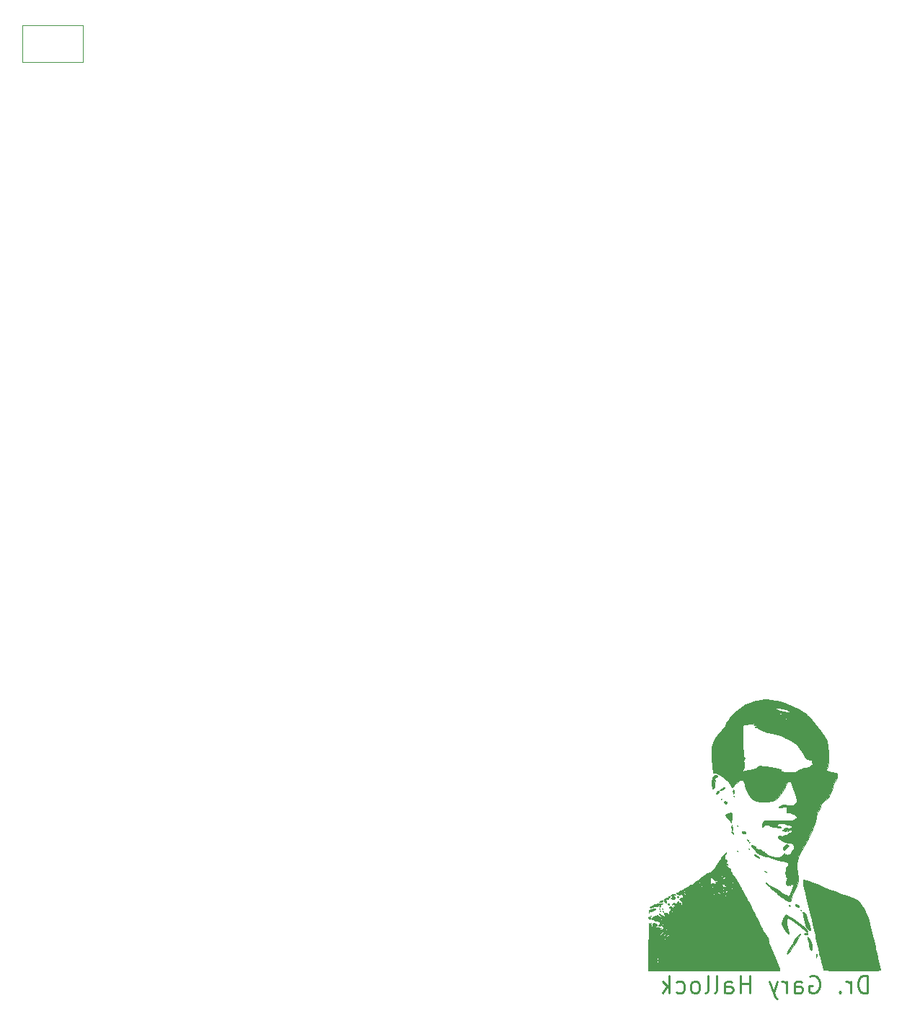
<source format=gbr>
G04 #@! TF.GenerationSoftware,KiCad,Pcbnew,(5.1.5)-3*
G04 #@! TF.CreationDate,2021-01-10T22:28:37-06:00*
G04 #@! TF.ProjectId,Power-Secondary,506f7765-722d-4536-9563-6f6e64617279,rev?*
G04 #@! TF.SameCoordinates,Original*
G04 #@! TF.FileFunction,Legend,Bot*
G04 #@! TF.FilePolarity,Positive*
%FSLAX46Y46*%
G04 Gerber Fmt 4.6, Leading zero omitted, Abs format (unit mm)*
G04 Created by KiCad (PCBNEW (5.1.5)-3) date 2021-01-10 22:28:37*
%MOMM*%
%LPD*%
G04 APERTURE LIST*
%ADD10C,0.250000*%
%ADD11C,0.120000*%
%ADD12C,0.010000*%
G04 APERTURE END LIST*
D10*
X140500000Y-167404761D02*
X140500000Y-165404761D01*
X140023809Y-165404761D01*
X139738095Y-165500000D01*
X139547619Y-165690476D01*
X139452380Y-165880952D01*
X139357142Y-166261904D01*
X139357142Y-166547619D01*
X139452380Y-166928571D01*
X139547619Y-167119047D01*
X139738095Y-167309523D01*
X140023809Y-167404761D01*
X140500000Y-167404761D01*
X138500000Y-167404761D02*
X138500000Y-166071428D01*
X138500000Y-166452380D02*
X138404761Y-166261904D01*
X138309523Y-166166666D01*
X138119047Y-166071428D01*
X137928571Y-166071428D01*
X137261904Y-167214285D02*
X137166666Y-167309523D01*
X137261904Y-167404761D01*
X137357142Y-167309523D01*
X137261904Y-167214285D01*
X137261904Y-167404761D01*
X133738095Y-165500000D02*
X133928571Y-165404761D01*
X134214285Y-165404761D01*
X134500000Y-165500000D01*
X134690476Y-165690476D01*
X134785714Y-165880952D01*
X134880952Y-166261904D01*
X134880952Y-166547619D01*
X134785714Y-166928571D01*
X134690476Y-167119047D01*
X134500000Y-167309523D01*
X134214285Y-167404761D01*
X134023809Y-167404761D01*
X133738095Y-167309523D01*
X133642857Y-167214285D01*
X133642857Y-166547619D01*
X134023809Y-166547619D01*
X131928571Y-167404761D02*
X131928571Y-166357142D01*
X132023809Y-166166666D01*
X132214285Y-166071428D01*
X132595238Y-166071428D01*
X132785714Y-166166666D01*
X131928571Y-167309523D02*
X132119047Y-167404761D01*
X132595238Y-167404761D01*
X132785714Y-167309523D01*
X132880952Y-167119047D01*
X132880952Y-166928571D01*
X132785714Y-166738095D01*
X132595238Y-166642857D01*
X132119047Y-166642857D01*
X131928571Y-166547619D01*
X130976190Y-167404761D02*
X130976190Y-166071428D01*
X130976190Y-166452380D02*
X130880952Y-166261904D01*
X130785714Y-166166666D01*
X130595238Y-166071428D01*
X130404761Y-166071428D01*
X129928571Y-166071428D02*
X129452380Y-167404761D01*
X128976190Y-166071428D02*
X129452380Y-167404761D01*
X129642857Y-167880952D01*
X129738095Y-167976190D01*
X129928571Y-168071428D01*
X126690476Y-167404761D02*
X126690476Y-165404761D01*
X126690476Y-166357142D02*
X125547619Y-166357142D01*
X125547619Y-167404761D02*
X125547619Y-165404761D01*
X123738095Y-167404761D02*
X123738095Y-166357142D01*
X123833333Y-166166666D01*
X124023809Y-166071428D01*
X124404761Y-166071428D01*
X124595238Y-166166666D01*
X123738095Y-167309523D02*
X123928571Y-167404761D01*
X124404761Y-167404761D01*
X124595238Y-167309523D01*
X124690476Y-167119047D01*
X124690476Y-166928571D01*
X124595238Y-166738095D01*
X124404761Y-166642857D01*
X123928571Y-166642857D01*
X123738095Y-166547619D01*
X122500000Y-167404761D02*
X122690476Y-167309523D01*
X122785714Y-167119047D01*
X122785714Y-165404761D01*
X121452380Y-167404761D02*
X121642857Y-167309523D01*
X121738095Y-167119047D01*
X121738095Y-165404761D01*
X120404761Y-167404761D02*
X120595238Y-167309523D01*
X120690476Y-167214285D01*
X120785714Y-167023809D01*
X120785714Y-166452380D01*
X120690476Y-166261904D01*
X120595238Y-166166666D01*
X120404761Y-166071428D01*
X120119047Y-166071428D01*
X119928571Y-166166666D01*
X119833333Y-166261904D01*
X119738095Y-166452380D01*
X119738095Y-167023809D01*
X119833333Y-167214285D01*
X119928571Y-167309523D01*
X120119047Y-167404761D01*
X120404761Y-167404761D01*
X118023809Y-167309523D02*
X118214285Y-167404761D01*
X118595238Y-167404761D01*
X118785714Y-167309523D01*
X118880952Y-167214285D01*
X118976190Y-167023809D01*
X118976190Y-166452380D01*
X118880952Y-166261904D01*
X118785714Y-166166666D01*
X118595238Y-166071428D01*
X118214285Y-166071428D01*
X118023809Y-166166666D01*
X117166666Y-167404761D02*
X117166666Y-165404761D01*
X116976190Y-166642857D02*
X116404761Y-167404761D01*
X116404761Y-166071428D02*
X117166666Y-166833333D01*
D11*
X48335000Y-58160000D02*
X48335000Y-53860000D01*
X41205000Y-58160000D02*
X48335000Y-58160000D01*
X41205000Y-53860000D02*
X41205000Y-58160000D01*
X48335000Y-53860000D02*
X41205000Y-53860000D01*
D12*
G36*
X122385624Y-141981559D02*
G01*
X122275592Y-142256611D01*
X122223716Y-142685435D01*
X122218667Y-142917512D01*
X122234394Y-143265866D01*
X122279634Y-143458929D01*
X122351479Y-143492885D01*
X122447018Y-143363916D01*
X122488749Y-143271834D01*
X122540575Y-143055563D01*
X122569037Y-142752822D01*
X122570680Y-142552167D01*
X122568604Y-142276423D01*
X122592047Y-142129914D01*
X122653648Y-142073033D01*
X122726027Y-142065334D01*
X122867797Y-142024514D01*
X122884949Y-141939282D01*
X122790167Y-141874502D01*
X122556315Y-141855711D01*
X122385624Y-141981559D01*
G37*
X122385624Y-141981559D02*
X122275592Y-142256611D01*
X122223716Y-142685435D01*
X122218667Y-142917512D01*
X122234394Y-143265866D01*
X122279634Y-143458929D01*
X122351479Y-143492885D01*
X122447018Y-143363916D01*
X122488749Y-143271834D01*
X122540575Y-143055563D01*
X122569037Y-142752822D01*
X122570680Y-142552167D01*
X122568604Y-142276423D01*
X122592047Y-142129914D01*
X122653648Y-142073033D01*
X122726027Y-142065334D01*
X122867797Y-142024514D01*
X122884949Y-141939282D01*
X122790167Y-141874502D01*
X122556315Y-141855711D01*
X122385624Y-141981559D01*
G36*
X123509191Y-143300656D02*
G01*
X123345260Y-143416380D01*
X123204213Y-143546473D01*
X123150000Y-143634965D01*
X123152652Y-143661681D01*
X123190088Y-143657841D01*
X123306532Y-143610196D01*
X123467500Y-143539851D01*
X123656908Y-143429882D01*
X123741072Y-143326746D01*
X123702915Y-143260529D01*
X123631632Y-143250667D01*
X123509191Y-143300656D01*
G37*
X123509191Y-143300656D02*
X123345260Y-143416380D01*
X123204213Y-143546473D01*
X123150000Y-143634965D01*
X123152652Y-143661681D01*
X123190088Y-143657841D01*
X123306532Y-143610196D01*
X123467500Y-143539851D01*
X123656908Y-143429882D01*
X123741072Y-143326746D01*
X123702915Y-143260529D01*
X123631632Y-143250667D01*
X123509191Y-143300656D01*
G36*
X124709596Y-143560024D02*
G01*
X124697023Y-143610500D01*
X124685076Y-143826534D01*
X124697023Y-143906834D01*
X124731350Y-144010640D01*
X124774484Y-143957309D01*
X124796956Y-143906834D01*
X124820477Y-143704325D01*
X124796956Y-143610500D01*
X124742272Y-143506694D01*
X124709596Y-143560024D01*
G37*
X124709596Y-143560024D02*
X124697023Y-143610500D01*
X124685076Y-143826534D01*
X124697023Y-143906834D01*
X124731350Y-144010640D01*
X124774484Y-143957309D01*
X124796956Y-143906834D01*
X124820477Y-143704325D01*
X124796956Y-143610500D01*
X124742272Y-143506694D01*
X124709596Y-143560024D01*
G36*
X122865785Y-143723399D02*
G01*
X122748365Y-143843044D01*
X122726667Y-143937059D01*
X122738670Y-144068897D01*
X122794579Y-144071498D01*
X122924246Y-143943516D01*
X122938804Y-143927481D01*
X123043482Y-143771114D01*
X123015046Y-143697652D01*
X122865785Y-143723399D01*
G37*
X122865785Y-143723399D02*
X122748365Y-143843044D01*
X122726667Y-143937059D01*
X122738670Y-144068897D01*
X122794579Y-144071498D01*
X122924246Y-143943516D01*
X122938804Y-143927481D01*
X123043482Y-143771114D01*
X123015046Y-143697652D01*
X122865785Y-143723399D01*
G36*
X124758667Y-144309000D02*
G01*
X124801000Y-144351334D01*
X124843334Y-144309000D01*
X124801000Y-144266667D01*
X124758667Y-144309000D01*
G37*
X124758667Y-144309000D02*
X124801000Y-144351334D01*
X124843334Y-144309000D01*
X124801000Y-144266667D01*
X124758667Y-144309000D01*
G36*
X123262889Y-144633556D02*
G01*
X123274512Y-144683890D01*
X123319334Y-144690000D01*
X123389024Y-144659022D01*
X123375778Y-144633556D01*
X123275299Y-144623423D01*
X123262889Y-144633556D01*
G37*
X123262889Y-144633556D02*
X123274512Y-144683890D01*
X123319334Y-144690000D01*
X123389024Y-144659022D01*
X123375778Y-144633556D01*
X123275299Y-144623423D01*
X123262889Y-144633556D01*
G36*
X123612954Y-144948070D02*
G01*
X123593087Y-145067972D01*
X123611108Y-145105956D01*
X123718342Y-145176436D01*
X123868620Y-145195855D01*
X123980506Y-145160466D01*
X123996667Y-145123700D01*
X123938671Y-145013891D01*
X123866079Y-144941022D01*
X123724267Y-144892611D01*
X123612954Y-144948070D01*
G37*
X123612954Y-144948070D02*
X123593087Y-145067972D01*
X123611108Y-145105956D01*
X123718342Y-145176436D01*
X123868620Y-145195855D01*
X123980506Y-145160466D01*
X123996667Y-145123700D01*
X123938671Y-145013891D01*
X123866079Y-144941022D01*
X123724267Y-144892611D01*
X123612954Y-144948070D01*
G36*
X124156512Y-146298530D02*
G01*
X124132079Y-146307153D01*
X123936082Y-146399518D01*
X123832296Y-146490331D01*
X123827334Y-146508503D01*
X123879981Y-146658142D01*
X124005289Y-146855009D01*
X124154314Y-147028496D01*
X124229794Y-147089064D01*
X124356280Y-147220128D01*
X124427792Y-147343064D01*
X124487563Y-147471516D01*
X124492625Y-147442999D01*
X124472649Y-147335834D01*
X124464622Y-147188582D01*
X124491427Y-147145334D01*
X124537185Y-147073701D01*
X124570560Y-146852084D01*
X124591220Y-146518878D01*
X124553260Y-146321552D01*
X124411399Y-146249505D01*
X124156512Y-146298530D01*
G37*
X124156512Y-146298530D02*
X124132079Y-146307153D01*
X123936082Y-146399518D01*
X123832296Y-146490331D01*
X123827334Y-146508503D01*
X123879981Y-146658142D01*
X124005289Y-146855009D01*
X124154314Y-147028496D01*
X124229794Y-147089064D01*
X124356280Y-147220128D01*
X124427792Y-147343064D01*
X124487563Y-147471516D01*
X124492625Y-147442999D01*
X124472649Y-147335834D01*
X124464622Y-147188582D01*
X124491427Y-147145334D01*
X124537185Y-147073701D01*
X124570560Y-146852084D01*
X124591220Y-146518878D01*
X124553260Y-146321552D01*
X124411399Y-146249505D01*
X124156512Y-146298530D01*
G36*
X125182000Y-147780334D02*
G01*
X125224334Y-147822667D01*
X125266667Y-147780334D01*
X125224334Y-147738000D01*
X125182000Y-147780334D01*
G37*
X125182000Y-147780334D02*
X125224334Y-147822667D01*
X125266667Y-147780334D01*
X125224334Y-147738000D01*
X125182000Y-147780334D01*
G36*
X124529539Y-147648640D02*
G01*
X124518511Y-147797979D01*
X124514684Y-147928500D01*
X124524809Y-148162808D01*
X124561810Y-148307773D01*
X124589334Y-148330667D01*
X124656213Y-148261448D01*
X124663983Y-148182500D01*
X124636073Y-147993357D01*
X124589334Y-147780334D01*
X124550759Y-147647498D01*
X124529539Y-147648640D01*
G37*
X124529539Y-147648640D02*
X124518511Y-147797979D01*
X124514684Y-147928500D01*
X124524809Y-148162808D01*
X124561810Y-148307773D01*
X124589334Y-148330667D01*
X124656213Y-148261448D01*
X124663983Y-148182500D01*
X124636073Y-147993357D01*
X124589334Y-147780334D01*
X124550759Y-147647498D01*
X124529539Y-147648640D01*
G36*
X125733392Y-148444641D02*
G01*
X125751226Y-148538823D01*
X125774712Y-148584750D01*
X125908039Y-148723683D01*
X126060745Y-148746219D01*
X126152051Y-148675184D01*
X126136170Y-148571553D01*
X125992025Y-148480036D01*
X125835233Y-148439033D01*
X125733392Y-148444641D01*
G37*
X125733392Y-148444641D02*
X125751226Y-148538823D01*
X125774712Y-148584750D01*
X125908039Y-148723683D01*
X126060745Y-148746219D01*
X126152051Y-148675184D01*
X126136170Y-148571553D01*
X125992025Y-148480036D01*
X125835233Y-148439033D01*
X125733392Y-148444641D01*
G36*
X124510821Y-148503542D02*
G01*
X124572415Y-148634981D01*
X124628974Y-148716651D01*
X124724839Y-148809242D01*
X124755974Y-148769119D01*
X124702970Y-148621730D01*
X124631667Y-148530238D01*
X124530723Y-148458147D01*
X124510821Y-148503542D01*
G37*
X124510821Y-148503542D02*
X124572415Y-148634981D01*
X124628974Y-148716651D01*
X124724839Y-148809242D01*
X124755974Y-148769119D01*
X124702970Y-148621730D01*
X124631667Y-148530238D01*
X124530723Y-148458147D01*
X124510821Y-148503542D01*
G36*
X126322147Y-149434845D02*
G01*
X126332121Y-149461691D01*
X126408267Y-149565730D01*
X126498441Y-149609819D01*
X126536667Y-149568700D01*
X126480499Y-149495734D01*
X126407729Y-149429725D01*
X126315938Y-149367951D01*
X126322147Y-149434845D01*
G37*
X126322147Y-149434845D02*
X126332121Y-149461691D01*
X126408267Y-149565730D01*
X126498441Y-149609819D01*
X126536667Y-149568700D01*
X126480499Y-149495734D01*
X126407729Y-149429725D01*
X126315938Y-149367951D01*
X126322147Y-149434845D01*
G36*
X126564889Y-149713556D02*
G01*
X126576512Y-149763890D01*
X126621334Y-149770000D01*
X126691024Y-149739022D01*
X126677778Y-149713556D01*
X126577299Y-149703423D01*
X126564889Y-149713556D01*
G37*
X126564889Y-149713556D02*
X126576512Y-149763890D01*
X126621334Y-149770000D01*
X126691024Y-149739022D01*
X126677778Y-149713556D01*
X126577299Y-149703423D01*
X126564889Y-149713556D01*
G36*
X126536667Y-150489667D02*
G01*
X126579000Y-150532000D01*
X126621334Y-150489667D01*
X126579000Y-150447334D01*
X126536667Y-150489667D01*
G37*
X126536667Y-150489667D02*
X126579000Y-150532000D01*
X126621334Y-150489667D01*
X126579000Y-150447334D01*
X126536667Y-150489667D01*
G36*
X130928719Y-149981211D02*
G01*
X130805639Y-150077815D01*
X130679834Y-150243793D01*
X130587574Y-150419597D01*
X130565130Y-150545682D01*
X130574676Y-150562453D01*
X130665806Y-150610823D01*
X130789473Y-150569771D01*
X130985322Y-150424290D01*
X131023270Y-150392623D01*
X131186042Y-150240283D01*
X131228309Y-150140066D01*
X131171798Y-150050845D01*
X131016880Y-149974248D01*
X130928719Y-149981211D01*
G37*
X130928719Y-149981211D02*
X130805639Y-150077815D01*
X130679834Y-150243793D01*
X130587574Y-150419597D01*
X130565130Y-150545682D01*
X130574676Y-150562453D01*
X130665806Y-150610823D01*
X130789473Y-150569771D01*
X130985322Y-150424290D01*
X131023270Y-150392623D01*
X131186042Y-150240283D01*
X131228309Y-150140066D01*
X131171798Y-150050845D01*
X131016880Y-149974248D01*
X130928719Y-149981211D01*
G36*
X125182000Y-150743667D02*
G01*
X125224334Y-150786000D01*
X125266667Y-150743667D01*
X125224334Y-150701334D01*
X125182000Y-150743667D01*
G37*
X125182000Y-150743667D02*
X125224334Y-150786000D01*
X125266667Y-150743667D01*
X125224334Y-150701334D01*
X125182000Y-150743667D01*
G36*
X127214018Y-151195221D02*
G01*
X127214000Y-151196617D01*
X127281395Y-151298644D01*
X127439112Y-151419863D01*
X127620457Y-151516077D01*
X127740188Y-151545307D01*
X127769678Y-151503738D01*
X127679667Y-151412104D01*
X127437567Y-151243628D01*
X127274751Y-151167817D01*
X127214018Y-151195221D01*
G37*
X127214018Y-151195221D02*
X127214000Y-151196617D01*
X127281395Y-151298644D01*
X127439112Y-151419863D01*
X127620457Y-151516077D01*
X127740188Y-151545307D01*
X127769678Y-151503738D01*
X127679667Y-151412104D01*
X127437567Y-151243628D01*
X127274751Y-151167817D01*
X127214018Y-151195221D01*
G36*
X123941104Y-152277203D02*
G01*
X123954334Y-152310000D01*
X124030416Y-152390771D01*
X124043997Y-152394667D01*
X124080363Y-152329161D01*
X124081334Y-152310000D01*
X124016246Y-152228587D01*
X123991670Y-152225334D01*
X123941104Y-152277203D01*
G37*
X123941104Y-152277203D02*
X123954334Y-152310000D01*
X124030416Y-152390771D01*
X124043997Y-152394667D01*
X124080363Y-152329161D01*
X124081334Y-152310000D01*
X124016246Y-152228587D01*
X123991670Y-152225334D01*
X123941104Y-152277203D01*
G36*
X128399334Y-153114334D02*
G01*
X128441667Y-153156667D01*
X128484000Y-153114334D01*
X128441667Y-153072000D01*
X128399334Y-153114334D01*
G37*
X128399334Y-153114334D02*
X128441667Y-153156667D01*
X128484000Y-153114334D01*
X128441667Y-153072000D01*
X128399334Y-153114334D01*
G36*
X128568667Y-153199000D02*
G01*
X128611000Y-153241334D01*
X128653334Y-153199000D01*
X128611000Y-153156667D01*
X128568667Y-153199000D01*
G37*
X128568667Y-153199000D02*
X128611000Y-153241334D01*
X128653334Y-153199000D01*
X128611000Y-153156667D01*
X128568667Y-153199000D01*
G36*
X117608533Y-155816318D02*
G01*
X117450619Y-155872376D01*
X117392667Y-155952280D01*
X117463594Y-156019765D01*
X117562000Y-156035334D01*
X117699518Y-155996133D01*
X117731334Y-155941608D01*
X117794041Y-155887450D01*
X117879500Y-155904291D01*
X117974937Y-155927775D01*
X117930967Y-155863250D01*
X117928033Y-155860282D01*
X117792601Y-155808003D01*
X117608533Y-155816318D01*
G37*
X117608533Y-155816318D02*
X117450619Y-155872376D01*
X117392667Y-155952280D01*
X117463594Y-156019765D01*
X117562000Y-156035334D01*
X117699518Y-155996133D01*
X117731334Y-155941608D01*
X117794041Y-155887450D01*
X117879500Y-155904291D01*
X117974937Y-155927775D01*
X117930967Y-155863250D01*
X117928033Y-155860282D01*
X117792601Y-155808003D01*
X117608533Y-155816318D01*
G36*
X117142113Y-156096794D02*
G01*
X117138667Y-156120000D01*
X117167554Y-156202466D01*
X117176004Y-156204667D01*
X117248290Y-156145338D01*
X117265667Y-156120000D01*
X117258954Y-156041981D01*
X117228331Y-156035334D01*
X117142113Y-156096794D01*
G37*
X117142113Y-156096794D02*
X117138667Y-156120000D01*
X117167554Y-156202466D01*
X117176004Y-156204667D01*
X117248290Y-156145338D01*
X117265667Y-156120000D01*
X117258954Y-156041981D01*
X117228331Y-156035334D01*
X117142113Y-156096794D01*
G36*
X118104369Y-156076379D02*
G01*
X118112334Y-156120000D01*
X118220577Y-156201437D01*
X118244331Y-156204667D01*
X118321720Y-156140088D01*
X118324000Y-156120000D01*
X118255085Y-156045696D01*
X118192004Y-156035334D01*
X118104369Y-156076379D01*
G37*
X118104369Y-156076379D02*
X118112334Y-156120000D01*
X118220577Y-156201437D01*
X118244331Y-156204667D01*
X118321720Y-156140088D01*
X118324000Y-156120000D01*
X118255085Y-156045696D01*
X118192004Y-156035334D01*
X118104369Y-156076379D01*
G36*
X117646667Y-156145917D02*
G01*
X117471648Y-156227626D01*
X117393000Y-156295264D01*
X117392667Y-156298286D01*
X117466105Y-156348701D01*
X117643097Y-156391531D01*
X117646667Y-156392060D01*
X117826092Y-156400031D01*
X117893317Y-156329837D01*
X117900667Y-156239691D01*
X117885786Y-156115099D01*
X117808589Y-156093190D01*
X117646667Y-156145917D01*
G37*
X117646667Y-156145917D02*
X117471648Y-156227626D01*
X117393000Y-156295264D01*
X117392667Y-156298286D01*
X117466105Y-156348701D01*
X117643097Y-156391531D01*
X117646667Y-156392060D01*
X117826092Y-156400031D01*
X117893317Y-156329837D01*
X117900667Y-156239691D01*
X117885786Y-156115099D01*
X117808589Y-156093190D01*
X117646667Y-156145917D01*
G36*
X128385387Y-132997891D02*
G01*
X127940694Y-133045539D01*
X127481214Y-133124268D01*
X127056107Y-133228299D01*
X126937111Y-133265407D01*
X126189415Y-133587188D01*
X125463083Y-134036703D01*
X124818000Y-134576791D01*
X124808114Y-134586510D01*
X124475121Y-134940288D01*
X124189822Y-135291780D01*
X123973968Y-135610212D01*
X123849308Y-135864809D01*
X123827334Y-135974278D01*
X123771557Y-136090398D01*
X123620617Y-136295003D01*
X123399098Y-136556851D01*
X123190779Y-136783202D01*
X122859606Y-137154447D01*
X122601450Y-137509745D01*
X122410278Y-137874954D01*
X122280059Y-138275933D01*
X122204761Y-138738539D01*
X122178351Y-139288630D01*
X122194797Y-139952064D01*
X122248067Y-140754700D01*
X122252204Y-140806618D01*
X122317655Y-141622236D01*
X122655083Y-141626893D01*
X122866989Y-141651294D01*
X123068453Y-141734749D01*
X123309576Y-141902315D01*
X123473423Y-142036186D01*
X123824660Y-142333570D01*
X124069939Y-142548843D01*
X124233874Y-142707710D01*
X124341079Y-142835878D01*
X124416167Y-142959054D01*
X124474154Y-143081334D01*
X124562962Y-143264991D01*
X124619155Y-143309519D01*
X124674204Y-143232528D01*
X124689030Y-143201577D01*
X124819988Y-143033792D01*
X125014023Y-142882334D01*
X125199903Y-142732944D01*
X125309055Y-142573137D01*
X125309554Y-142571590D01*
X125426101Y-142440394D01*
X125618789Y-142406744D01*
X125821967Y-142475620D01*
X125886418Y-142527847D01*
X125975505Y-142678169D01*
X126068168Y-142927524D01*
X126114900Y-143099347D01*
X126317764Y-143753406D01*
X126590925Y-144258258D01*
X126944295Y-144622895D01*
X127387787Y-144856312D01*
X127931314Y-144967500D01*
X128187667Y-144979872D01*
X128751007Y-144967680D01*
X129182826Y-144911715D01*
X129517147Y-144803837D01*
X129787990Y-144635908D01*
X129851790Y-144581782D01*
X130037752Y-144386485D01*
X130252223Y-144118576D01*
X130468157Y-143817815D01*
X130658507Y-143523959D01*
X130796228Y-143276764D01*
X130854274Y-143115989D01*
X130854667Y-143107562D01*
X130909951Y-142916821D01*
X131041944Y-142724492D01*
X131199856Y-142594763D01*
X131277371Y-142573334D01*
X131403904Y-142597741D01*
X131507213Y-142689016D01*
X131602795Y-142874235D01*
X131706148Y-143180475D01*
X131786227Y-143462334D01*
X131888348Y-143810423D01*
X131991541Y-144120784D01*
X132076536Y-144336272D01*
X132090415Y-144364397D01*
X132202410Y-144711839D01*
X132168297Y-145013690D01*
X132009517Y-145248866D01*
X131747515Y-145396280D01*
X131403731Y-145434845D01*
X131069469Y-145368368D01*
X130811318Y-145311579D01*
X130553105Y-145333887D01*
X130383742Y-145378025D01*
X130167845Y-145460247D01*
X130047061Y-145542821D01*
X130036922Y-145576558D01*
X130081083Y-145629363D01*
X130189067Y-145650576D01*
X130397010Y-145642210D01*
X130685334Y-145612665D01*
X130981667Y-145579000D01*
X130973794Y-145946492D01*
X130975535Y-146174021D01*
X131013852Y-146274438D01*
X131118771Y-146289835D01*
X131210355Y-146278109D01*
X131399168Y-146273914D01*
X131498392Y-146312783D01*
X131610144Y-146372980D01*
X131697272Y-146383334D01*
X131852843Y-146444027D01*
X131901285Y-146510333D01*
X132014436Y-146622964D01*
X132079677Y-146637334D01*
X132195009Y-146685159D01*
X132192640Y-146802428D01*
X132084663Y-146949826D01*
X131952803Y-147049828D01*
X131839576Y-147108458D01*
X131705604Y-147148866D01*
X131521755Y-147173193D01*
X131258900Y-147183581D01*
X130887907Y-147182171D01*
X130379646Y-147171103D01*
X130322970Y-147169622D01*
X129846164Y-147158107D01*
X129419512Y-147149780D01*
X129075954Y-147145130D01*
X128848431Y-147144649D01*
X128780334Y-147146640D01*
X128550254Y-147163848D01*
X128452812Y-147170745D01*
X128306476Y-147253931D01*
X128175427Y-147440439D01*
X128092633Y-147665184D01*
X128091060Y-147863080D01*
X128095544Y-147876098D01*
X128157258Y-147974116D01*
X128223118Y-147918470D01*
X128348049Y-147796763D01*
X128493730Y-147705079D01*
X128669806Y-147648954D01*
X128848272Y-147692360D01*
X128949667Y-147744700D01*
X129139665Y-147824095D01*
X129410175Y-147905996D01*
X129712441Y-147979697D01*
X129997708Y-148034491D01*
X130217222Y-148059673D01*
X130321043Y-148045846D01*
X130331560Y-147949705D01*
X130245421Y-147864979D01*
X130132627Y-147854195D01*
X129997881Y-147844754D01*
X129895316Y-147751702D01*
X129870029Y-147634287D01*
X129917854Y-147572053D01*
X130106172Y-147517751D01*
X130380697Y-147501379D01*
X130662803Y-147522094D01*
X130873864Y-147579053D01*
X130880283Y-147582376D01*
X131100781Y-147663515D01*
X131252133Y-147693287D01*
X131476739Y-147760553D01*
X131586409Y-147872772D01*
X131576875Y-147987993D01*
X131443873Y-148064268D01*
X131290771Y-148073196D01*
X130937654Y-148063746D01*
X130714000Y-148087080D01*
X130636287Y-148140956D01*
X130643000Y-148161334D01*
X130622895Y-148233063D01*
X130558334Y-148246000D01*
X130466886Y-148285824D01*
X130473667Y-148330667D01*
X130587114Y-148389332D01*
X130788837Y-148414041D01*
X130796164Y-148414037D01*
X130964227Y-148401973D01*
X130980072Y-148361931D01*
X130939334Y-148330667D01*
X130872202Y-148268686D01*
X130956055Y-148248185D01*
X131000177Y-148247297D01*
X131135796Y-148277723D01*
X131137951Y-148391240D01*
X131136953Y-148394167D01*
X131113885Y-148484334D01*
X131163778Y-148440948D01*
X131212033Y-148380410D01*
X131361041Y-148274281D01*
X131503560Y-148286385D01*
X131580665Y-148401799D01*
X131579984Y-148473596D01*
X131498521Y-148592326D01*
X131375040Y-148600512D01*
X131223912Y-148625453D01*
X131193334Y-148706345D01*
X131121646Y-148815041D01*
X131009501Y-148838667D01*
X130802362Y-148894285D01*
X130668833Y-148980600D01*
X130525717Y-149070934D01*
X130415389Y-149025885D01*
X130412400Y-149022933D01*
X130237020Y-148923485D01*
X130071629Y-148937106D01*
X129967551Y-149041947D01*
X129973577Y-149209750D01*
X130082102Y-149324251D01*
X130300342Y-149462360D01*
X130575863Y-149598897D01*
X130856227Y-149708681D01*
X131088999Y-149766533D01*
X131140246Y-149770000D01*
X131492871Y-149823778D01*
X131732610Y-149969715D01*
X131843925Y-150184719D01*
X131811275Y-150445694D01*
X131712222Y-150620048D01*
X131592041Y-150799532D01*
X131532763Y-150921239D01*
X131531465Y-150930738D01*
X131464848Y-151013442D01*
X131302637Y-151127244D01*
X131277465Y-151141896D01*
X131105472Y-151217405D01*
X131025550Y-151205436D01*
X131024000Y-151195521D01*
X130957263Y-151139975D01*
X130861002Y-151147542D01*
X130742071Y-151149168D01*
X130741700Y-151051584D01*
X130720987Y-151024434D01*
X130619405Y-151110179D01*
X130539019Y-151198002D01*
X130347409Y-151385861D01*
X130153472Y-151468193D01*
X129917488Y-151485585D01*
X129631016Y-151477463D01*
X129381252Y-151454062D01*
X129330667Y-151445480D01*
X129088821Y-151369561D01*
X128827353Y-151247539D01*
X128594310Y-151107325D01*
X128437739Y-150976829D01*
X128399334Y-150904452D01*
X128328669Y-150808892D01*
X128227343Y-150786000D01*
X128064538Y-150730829D01*
X128006618Y-150659000D01*
X127881449Y-150562779D01*
X127633272Y-150532000D01*
X127408443Y-150508554D01*
X127262867Y-150450551D01*
X127248249Y-150434252D01*
X127238270Y-150376315D01*
X127285585Y-150396915D01*
X127372590Y-150400318D01*
X127383334Y-150365006D01*
X127314568Y-150261787D01*
X127235167Y-150218019D01*
X127076656Y-150125373D01*
X127027026Y-150073217D01*
X126935745Y-150032675D01*
X126869559Y-150080575D01*
X126849180Y-150164450D01*
X126924613Y-150303216D01*
X127109810Y-150518493D01*
X127237865Y-150651367D01*
X127474701Y-150876170D01*
X127680321Y-151043142D01*
X127816782Y-151122094D01*
X127832777Y-151124667D01*
X127964070Y-151171028D01*
X127990112Y-151208052D01*
X128082065Y-151266239D01*
X128292547Y-151333287D01*
X128526334Y-151384866D01*
X128829033Y-151446503D01*
X129083929Y-151508803D01*
X129203667Y-151546525D01*
X129683846Y-151725293D01*
X130076278Y-151841452D01*
X130351540Y-151886404D01*
X130367792Y-151886667D01*
X130584397Y-151919996D01*
X130828061Y-152003202D01*
X131043486Y-152111116D01*
X131175374Y-152218568D01*
X131192776Y-152262181D01*
X131149104Y-152389387D01*
X131043586Y-152577560D01*
X131032409Y-152594732D01*
X130941507Y-152802513D01*
X130882512Y-153072251D01*
X130857272Y-153356968D01*
X130867637Y-153609685D01*
X130915458Y-153783422D01*
X130983617Y-153834000D01*
X131084639Y-153861455D01*
X131094071Y-153963751D01*
X131011492Y-154170783D01*
X130977901Y-154239444D01*
X130897410Y-154445039D01*
X130912959Y-154595291D01*
X130955934Y-154675785D01*
X131083790Y-154827718D01*
X131188999Y-154820957D01*
X131241254Y-154756294D01*
X131317687Y-154717651D01*
X131371954Y-154777461D01*
X131426577Y-154818682D01*
X131446904Y-154702545D01*
X131447334Y-154680667D01*
X131461208Y-154544350D01*
X131508248Y-154560619D01*
X131533297Y-154596000D01*
X131613226Y-154680376D01*
X131691330Y-154614695D01*
X131704475Y-154596000D01*
X131752082Y-154568108D01*
X131756777Y-154667666D01*
X131725233Y-154860216D01*
X131664121Y-155111296D01*
X131580114Y-155386447D01*
X131518514Y-155556443D01*
X131406052Y-155806820D01*
X131287625Y-156012697D01*
X131185094Y-156143787D01*
X131120321Y-156169805D01*
X131118411Y-156162334D01*
X130939334Y-156162334D01*
X130897000Y-156204667D01*
X130854667Y-156162334D01*
X130897000Y-156120000D01*
X130939334Y-156162334D01*
X131118411Y-156162334D01*
X131108667Y-156124233D01*
X131039433Y-156027331D01*
X130876995Y-155927685D01*
X130658169Y-155806971D01*
X130510507Y-155696667D01*
X130225124Y-155442597D01*
X129995265Y-155266834D01*
X129848770Y-155190305D01*
X129834650Y-155188667D01*
X129674346Y-155143027D01*
X129430860Y-155025561D01*
X129156917Y-154865449D01*
X128905244Y-154691874D01*
X128833973Y-154634854D01*
X128643663Y-154485455D01*
X128559065Y-154442053D01*
X128568738Y-154488379D01*
X128661239Y-154608167D01*
X128825125Y-154785149D01*
X129048955Y-155003056D01*
X129171804Y-155115159D01*
X129478277Y-155389347D01*
X129776170Y-155656227D01*
X130016058Y-155871505D01*
X130081971Y-155930789D01*
X130318511Y-156121606D01*
X130549995Y-156274299D01*
X130621834Y-156311290D01*
X130786433Y-156401250D01*
X130854667Y-156471052D01*
X130925629Y-156533983D01*
X131098057Y-156611509D01*
X131114044Y-156617188D01*
X131289372Y-156664828D01*
X131389664Y-156623702D01*
X131476012Y-156461635D01*
X131495044Y-156416523D01*
X131575974Y-156193408D01*
X131615806Y-156025881D01*
X131616667Y-156010113D01*
X131652415Y-155889052D01*
X131748757Y-155655239D01*
X131889344Y-155346763D01*
X131998471Y-155120680D01*
X132170702Y-154765940D01*
X132278870Y-154512555D01*
X132334751Y-154310479D01*
X132350117Y-154109665D01*
X132336745Y-153860066D01*
X132325551Y-153730453D01*
X132288364Y-153405302D01*
X132242379Y-153133408D01*
X132197226Y-152971140D01*
X132195043Y-152966681D01*
X132164774Y-152795634D01*
X132169569Y-152511718D01*
X132202643Y-152166142D01*
X132257210Y-151810117D01*
X132326484Y-151494853D01*
X132403679Y-151271560D01*
X132424601Y-151234289D01*
X132547732Y-151034496D01*
X132699578Y-150772953D01*
X132753463Y-150676683D01*
X133173742Y-149909824D01*
X133516008Y-149267760D01*
X133789057Y-148729895D01*
X134001682Y-148275634D01*
X134162678Y-147884383D01*
X134280842Y-147535546D01*
X134364966Y-147208527D01*
X134423847Y-146882733D01*
X134446909Y-146711070D01*
X134519784Y-146351645D01*
X134644495Y-146111929D01*
X134705483Y-146046093D01*
X134846926Y-145848590D01*
X134968626Y-145571383D01*
X135003359Y-145451893D01*
X135082827Y-145196065D01*
X135109959Y-145155667D01*
X134072000Y-145155667D01*
X134029667Y-145198000D01*
X133987334Y-145155667D01*
X134029667Y-145113334D01*
X134072000Y-145155667D01*
X135109959Y-145155667D01*
X135202071Y-145018522D01*
X135409958Y-144855443D01*
X135507822Y-144793003D01*
X135715617Y-144652076D01*
X135863733Y-144507828D01*
X135984888Y-144314553D01*
X136111801Y-144026544D01*
X136178799Y-143855697D01*
X136298846Y-143531509D01*
X136390318Y-143259939D01*
X136438640Y-143085241D01*
X136442667Y-143054435D01*
X136489564Y-142922147D01*
X136609151Y-142714785D01*
X136696667Y-142586770D01*
X136899446Y-142214663D01*
X136950667Y-141940680D01*
X136949739Y-141931278D01*
X125598650Y-141931278D01*
X125583083Y-142041092D01*
X125554181Y-142042403D01*
X125535620Y-141938334D01*
X124589334Y-141938334D01*
X124547000Y-141980667D01*
X124504667Y-141938334D01*
X124547000Y-141896000D01*
X124589334Y-141938334D01*
X125535620Y-141938334D01*
X125533970Y-141929086D01*
X125547497Y-141880125D01*
X125585092Y-141848055D01*
X125598650Y-141931278D01*
X136949739Y-141931278D01*
X136930154Y-141732962D01*
X136841680Y-141631829D01*
X136717834Y-141592098D01*
X136267918Y-141486039D01*
X135961227Y-141403759D01*
X135774739Y-141336845D01*
X135685434Y-141276887D01*
X135670291Y-141215470D01*
X135671713Y-141209817D01*
X135713024Y-141065517D01*
X135783002Y-140822760D01*
X135834773Y-140643715D01*
X135887011Y-140428458D01*
X134067000Y-140428458D01*
X134040590Y-140557375D01*
X133964420Y-140661009D01*
X133631405Y-140881815D01*
X133240062Y-140964622D01*
X133230900Y-140964667D01*
X133050095Y-140983476D01*
X132971443Y-141028924D01*
X132971334Y-141030849D01*
X132897815Y-141091521D01*
X132711217Y-141170401D01*
X132590334Y-141209528D01*
X132365988Y-141289111D01*
X132229076Y-141363397D01*
X132209334Y-141391137D01*
X132163706Y-141457485D01*
X132013104Y-141503253D01*
X131736949Y-141531820D01*
X131314665Y-141546565D01*
X131256834Y-141547512D01*
X130895872Y-141541700D01*
X130671882Y-141512893D01*
X130600667Y-141466961D01*
X130534967Y-141414947D01*
X130435341Y-141429062D01*
X130312542Y-141439157D01*
X130299389Y-141329926D01*
X130302375Y-141313503D01*
X130295769Y-141208390D01*
X130202721Y-141134834D01*
X129987694Y-141069671D01*
X129896201Y-141048763D01*
X129517526Y-140975482D01*
X129072935Y-140904773D01*
X128619864Y-140844276D01*
X128215749Y-140801635D01*
X127918026Y-140784491D01*
X127909616Y-140784445D01*
X127621481Y-140850189D01*
X127486283Y-140959098D01*
X127320193Y-141081843D01*
X127030065Y-141189067D01*
X126599928Y-141285478D01*
X126121815Y-141361120D01*
X125896221Y-141384319D01*
X125806163Y-141365158D01*
X125821646Y-141296958D01*
X125823101Y-141294608D01*
X125898755Y-141121998D01*
X125960864Y-140892368D01*
X126002795Y-140652376D01*
X126017915Y-140448681D01*
X125999590Y-140327940D01*
X125961853Y-140318634D01*
X125915123Y-140298188D01*
X125922414Y-140179833D01*
X125972289Y-140021830D01*
X126045591Y-139892001D01*
X126058608Y-139775512D01*
X125996468Y-139722346D01*
X125953556Y-139672866D01*
X125920116Y-139564935D01*
X125894538Y-139378423D01*
X125875212Y-139093199D01*
X125860529Y-138689133D01*
X125848880Y-138146096D01*
X125843606Y-137810423D01*
X125837687Y-137272262D01*
X125835999Y-136795673D01*
X125838335Y-136405045D01*
X125844486Y-136124766D01*
X125854245Y-135979223D01*
X125859334Y-135964144D01*
X125961559Y-135953566D01*
X126173290Y-135932373D01*
X126305101Y-135919322D01*
X126600358Y-135876886D01*
X126861190Y-135817756D01*
X126930677Y-135795054D01*
X127114096Y-135750681D01*
X127209939Y-135771889D01*
X127185806Y-135843337D01*
X127126882Y-135887974D01*
X127063268Y-135947719D01*
X127152023Y-135967385D01*
X127187837Y-135968037D01*
X127358683Y-136003730D01*
X127425667Y-136054000D01*
X127405562Y-136125729D01*
X127341000Y-136138667D01*
X127251205Y-136180891D01*
X127259901Y-136229106D01*
X127375453Y-136284406D01*
X127436152Y-136273359D01*
X127578225Y-136293615D01*
X127725442Y-136396108D01*
X127932692Y-136544242D01*
X128255493Y-136681845D01*
X128711989Y-136815283D01*
X129288334Y-136944459D01*
X129888254Y-137078769D01*
X130332409Y-137207679D01*
X130634089Y-137335462D01*
X130755614Y-137416166D01*
X130900050Y-137511736D01*
X131146258Y-137651263D01*
X131443128Y-137805899D01*
X131468171Y-137818374D01*
X131806955Y-138005847D01*
X132069638Y-138208991D01*
X132318433Y-138480831D01*
X132461544Y-138665040D01*
X132678330Y-138963788D01*
X132868630Y-139244124D01*
X132997221Y-139453772D01*
X133012627Y-139483000D01*
X133180134Y-139780118D01*
X133336210Y-139948757D01*
X133521127Y-140021685D01*
X133689042Y-140033334D01*
X133894790Y-140045219D01*
X133971739Y-140097296D01*
X133962802Y-140202667D01*
X133958053Y-140337675D01*
X133995260Y-140372000D01*
X134067000Y-140428458D01*
X135887011Y-140428458D01*
X135888605Y-140421892D01*
X135918713Y-140186585D01*
X135926333Y-139897975D01*
X135912706Y-139516246D01*
X135883814Y-139067371D01*
X135849222Y-138607130D01*
X135815751Y-138275731D01*
X135773508Y-138033040D01*
X135712601Y-137838925D01*
X135623136Y-137653251D01*
X135495221Y-137435886D01*
X135472466Y-137398656D01*
X134818312Y-136435000D01*
X128060667Y-136435000D01*
X128018334Y-136477334D01*
X127976000Y-136435000D01*
X128018334Y-136392667D01*
X128060667Y-136435000D01*
X134818312Y-136435000D01*
X134743947Y-136325451D01*
X134400626Y-135908936D01*
X129909686Y-135908936D01*
X129889085Y-135956252D01*
X129803835Y-136047145D01*
X129754825Y-136028500D01*
X129754000Y-136016664D01*
X129814137Y-135945051D01*
X129851749Y-135918915D01*
X129909686Y-135908936D01*
X134400626Y-135908936D01*
X134220297Y-135690163D01*
X129955137Y-135690163D01*
X129838667Y-135701965D01*
X129718472Y-135688660D01*
X129732834Y-135659260D01*
X129906176Y-135648078D01*
X129944500Y-135659260D01*
X129955137Y-135690163D01*
X134220297Y-135690163D01*
X134054941Y-135489556D01*
X130911112Y-135489556D01*
X130899489Y-135539890D01*
X130854667Y-135546000D01*
X130784977Y-135515022D01*
X130798223Y-135489556D01*
X130898702Y-135479423D01*
X130911112Y-135489556D01*
X134054941Y-135489556D01*
X133998083Y-135420576D01*
X130549143Y-135420576D01*
X130527875Y-135442278D01*
X130353153Y-135452130D01*
X130325500Y-135452894D01*
X130121542Y-135438408D01*
X130013289Y-135391911D01*
X130008000Y-135376667D01*
X130060668Y-135308889D01*
X130231084Y-135320720D01*
X130431334Y-135376667D01*
X130549143Y-135420576D01*
X133998083Y-135420576D01*
X133946975Y-135358574D01*
X131206486Y-135358574D01*
X131096678Y-135349536D01*
X130902056Y-135296791D01*
X130770000Y-135249667D01*
X130606220Y-135174213D01*
X130602383Y-135136669D01*
X130643000Y-135132927D01*
X130839507Y-135165859D01*
X131066334Y-135246609D01*
X131205149Y-135324174D01*
X131206486Y-135358574D01*
X133946975Y-135358574D01*
X133933443Y-135342158D01*
X133662157Y-135054026D01*
X133389167Y-134783623D01*
X133256254Y-134668652D01*
X130641085Y-134668652D01*
X130600667Y-134699334D01*
X130507259Y-134755658D01*
X130422329Y-134772760D01*
X130292628Y-134746562D01*
X130064909Y-134672982D01*
X130008000Y-134653922D01*
X129804410Y-134582580D01*
X129755612Y-134554012D01*
X129854348Y-134561864D01*
X129912750Y-134570540D01*
X130204774Y-134603102D01*
X130463084Y-134615963D01*
X130628172Y-134628111D01*
X130641085Y-134668652D01*
X133256254Y-134668652D01*
X133146314Y-134573554D01*
X132890184Y-134394438D01*
X132855820Y-134374934D01*
X131346209Y-134374934D01*
X131323604Y-134416155D01*
X131235667Y-134453926D01*
X131015067Y-134490948D01*
X130897000Y-134477981D01*
X130705286Y-134429089D01*
X130446209Y-134364242D01*
X130389000Y-134350061D01*
X130155427Y-134278553D01*
X129992926Y-134204192D01*
X129969900Y-134186478D01*
X129911563Y-134159611D01*
X129003750Y-134159611D01*
X128891293Y-134174269D01*
X128865000Y-134174828D01*
X128720405Y-134165676D01*
X128707674Y-134139172D01*
X128715222Y-134135798D01*
X128883302Y-134119049D01*
X128969222Y-134132660D01*
X129003750Y-134159611D01*
X129911563Y-134159611D01*
X129829122Y-134121643D01*
X129673567Y-134097600D01*
X129588801Y-134081420D01*
X129666614Y-134045497D01*
X129820985Y-134007261D01*
X130128387Y-133969126D01*
X130416118Y-134019103D01*
X130555312Y-134067680D01*
X130797351Y-134139397D01*
X130982480Y-134157683D01*
X131030576Y-134144936D01*
X131095581Y-134128652D01*
X131078186Y-134172156D01*
X131101727Y-134263512D01*
X131213271Y-134324765D01*
X131346209Y-134374934D01*
X132855820Y-134374934D01*
X132577361Y-134216893D01*
X132164430Y-134011535D01*
X132020238Y-133942812D01*
X131372517Y-133651789D01*
X131345414Y-133641000D01*
X128738000Y-133641000D01*
X128695667Y-133683334D01*
X128653334Y-133641000D01*
X128695667Y-133598667D01*
X128738000Y-133641000D01*
X131345414Y-133641000D01*
X130770967Y-133412330D01*
X130241289Y-133233223D01*
X129809184Y-133123260D01*
X129528631Y-133090667D01*
X129260241Y-133066094D01*
X129033775Y-133018952D01*
X128766133Y-132987103D01*
X128385387Y-132997891D01*
G37*
X128385387Y-132997891D02*
X127940694Y-133045539D01*
X127481214Y-133124268D01*
X127056107Y-133228299D01*
X126937111Y-133265407D01*
X126189415Y-133587188D01*
X125463083Y-134036703D01*
X124818000Y-134576791D01*
X124808114Y-134586510D01*
X124475121Y-134940288D01*
X124189822Y-135291780D01*
X123973968Y-135610212D01*
X123849308Y-135864809D01*
X123827334Y-135974278D01*
X123771557Y-136090398D01*
X123620617Y-136295003D01*
X123399098Y-136556851D01*
X123190779Y-136783202D01*
X122859606Y-137154447D01*
X122601450Y-137509745D01*
X122410278Y-137874954D01*
X122280059Y-138275933D01*
X122204761Y-138738539D01*
X122178351Y-139288630D01*
X122194797Y-139952064D01*
X122248067Y-140754700D01*
X122252204Y-140806618D01*
X122317655Y-141622236D01*
X122655083Y-141626893D01*
X122866989Y-141651294D01*
X123068453Y-141734749D01*
X123309576Y-141902315D01*
X123473423Y-142036186D01*
X123824660Y-142333570D01*
X124069939Y-142548843D01*
X124233874Y-142707710D01*
X124341079Y-142835878D01*
X124416167Y-142959054D01*
X124474154Y-143081334D01*
X124562962Y-143264991D01*
X124619155Y-143309519D01*
X124674204Y-143232528D01*
X124689030Y-143201577D01*
X124819988Y-143033792D01*
X125014023Y-142882334D01*
X125199903Y-142732944D01*
X125309055Y-142573137D01*
X125309554Y-142571590D01*
X125426101Y-142440394D01*
X125618789Y-142406744D01*
X125821967Y-142475620D01*
X125886418Y-142527847D01*
X125975505Y-142678169D01*
X126068168Y-142927524D01*
X126114900Y-143099347D01*
X126317764Y-143753406D01*
X126590925Y-144258258D01*
X126944295Y-144622895D01*
X127387787Y-144856312D01*
X127931314Y-144967500D01*
X128187667Y-144979872D01*
X128751007Y-144967680D01*
X129182826Y-144911715D01*
X129517147Y-144803837D01*
X129787990Y-144635908D01*
X129851790Y-144581782D01*
X130037752Y-144386485D01*
X130252223Y-144118576D01*
X130468157Y-143817815D01*
X130658507Y-143523959D01*
X130796228Y-143276764D01*
X130854274Y-143115989D01*
X130854667Y-143107562D01*
X130909951Y-142916821D01*
X131041944Y-142724492D01*
X131199856Y-142594763D01*
X131277371Y-142573334D01*
X131403904Y-142597741D01*
X131507213Y-142689016D01*
X131602795Y-142874235D01*
X131706148Y-143180475D01*
X131786227Y-143462334D01*
X131888348Y-143810423D01*
X131991541Y-144120784D01*
X132076536Y-144336272D01*
X132090415Y-144364397D01*
X132202410Y-144711839D01*
X132168297Y-145013690D01*
X132009517Y-145248866D01*
X131747515Y-145396280D01*
X131403731Y-145434845D01*
X131069469Y-145368368D01*
X130811318Y-145311579D01*
X130553105Y-145333887D01*
X130383742Y-145378025D01*
X130167845Y-145460247D01*
X130047061Y-145542821D01*
X130036922Y-145576558D01*
X130081083Y-145629363D01*
X130189067Y-145650576D01*
X130397010Y-145642210D01*
X130685334Y-145612665D01*
X130981667Y-145579000D01*
X130973794Y-145946492D01*
X130975535Y-146174021D01*
X131013852Y-146274438D01*
X131118771Y-146289835D01*
X131210355Y-146278109D01*
X131399168Y-146273914D01*
X131498392Y-146312783D01*
X131610144Y-146372980D01*
X131697272Y-146383334D01*
X131852843Y-146444027D01*
X131901285Y-146510333D01*
X132014436Y-146622964D01*
X132079677Y-146637334D01*
X132195009Y-146685159D01*
X132192640Y-146802428D01*
X132084663Y-146949826D01*
X131952803Y-147049828D01*
X131839576Y-147108458D01*
X131705604Y-147148866D01*
X131521755Y-147173193D01*
X131258900Y-147183581D01*
X130887907Y-147182171D01*
X130379646Y-147171103D01*
X130322970Y-147169622D01*
X129846164Y-147158107D01*
X129419512Y-147149780D01*
X129075954Y-147145130D01*
X128848431Y-147144649D01*
X128780334Y-147146640D01*
X128550254Y-147163848D01*
X128452812Y-147170745D01*
X128306476Y-147253931D01*
X128175427Y-147440439D01*
X128092633Y-147665184D01*
X128091060Y-147863080D01*
X128095544Y-147876098D01*
X128157258Y-147974116D01*
X128223118Y-147918470D01*
X128348049Y-147796763D01*
X128493730Y-147705079D01*
X128669806Y-147648954D01*
X128848272Y-147692360D01*
X128949667Y-147744700D01*
X129139665Y-147824095D01*
X129410175Y-147905996D01*
X129712441Y-147979697D01*
X129997708Y-148034491D01*
X130217222Y-148059673D01*
X130321043Y-148045846D01*
X130331560Y-147949705D01*
X130245421Y-147864979D01*
X130132627Y-147854195D01*
X129997881Y-147844754D01*
X129895316Y-147751702D01*
X129870029Y-147634287D01*
X129917854Y-147572053D01*
X130106172Y-147517751D01*
X130380697Y-147501379D01*
X130662803Y-147522094D01*
X130873864Y-147579053D01*
X130880283Y-147582376D01*
X131100781Y-147663515D01*
X131252133Y-147693287D01*
X131476739Y-147760553D01*
X131586409Y-147872772D01*
X131576875Y-147987993D01*
X131443873Y-148064268D01*
X131290771Y-148073196D01*
X130937654Y-148063746D01*
X130714000Y-148087080D01*
X130636287Y-148140956D01*
X130643000Y-148161334D01*
X130622895Y-148233063D01*
X130558334Y-148246000D01*
X130466886Y-148285824D01*
X130473667Y-148330667D01*
X130587114Y-148389332D01*
X130788837Y-148414041D01*
X130796164Y-148414037D01*
X130964227Y-148401973D01*
X130980072Y-148361931D01*
X130939334Y-148330667D01*
X130872202Y-148268686D01*
X130956055Y-148248185D01*
X131000177Y-148247297D01*
X131135796Y-148277723D01*
X131137951Y-148391240D01*
X131136953Y-148394167D01*
X131113885Y-148484334D01*
X131163778Y-148440948D01*
X131212033Y-148380410D01*
X131361041Y-148274281D01*
X131503560Y-148286385D01*
X131580665Y-148401799D01*
X131579984Y-148473596D01*
X131498521Y-148592326D01*
X131375040Y-148600512D01*
X131223912Y-148625453D01*
X131193334Y-148706345D01*
X131121646Y-148815041D01*
X131009501Y-148838667D01*
X130802362Y-148894285D01*
X130668833Y-148980600D01*
X130525717Y-149070934D01*
X130415389Y-149025885D01*
X130412400Y-149022933D01*
X130237020Y-148923485D01*
X130071629Y-148937106D01*
X129967551Y-149041947D01*
X129973577Y-149209750D01*
X130082102Y-149324251D01*
X130300342Y-149462360D01*
X130575863Y-149598897D01*
X130856227Y-149708681D01*
X131088999Y-149766533D01*
X131140246Y-149770000D01*
X131492871Y-149823778D01*
X131732610Y-149969715D01*
X131843925Y-150184719D01*
X131811275Y-150445694D01*
X131712222Y-150620048D01*
X131592041Y-150799532D01*
X131532763Y-150921239D01*
X131531465Y-150930738D01*
X131464848Y-151013442D01*
X131302637Y-151127244D01*
X131277465Y-151141896D01*
X131105472Y-151217405D01*
X131025550Y-151205436D01*
X131024000Y-151195521D01*
X130957263Y-151139975D01*
X130861002Y-151147542D01*
X130742071Y-151149168D01*
X130741700Y-151051584D01*
X130720987Y-151024434D01*
X130619405Y-151110179D01*
X130539019Y-151198002D01*
X130347409Y-151385861D01*
X130153472Y-151468193D01*
X129917488Y-151485585D01*
X129631016Y-151477463D01*
X129381252Y-151454062D01*
X129330667Y-151445480D01*
X129088821Y-151369561D01*
X128827353Y-151247539D01*
X128594310Y-151107325D01*
X128437739Y-150976829D01*
X128399334Y-150904452D01*
X128328669Y-150808892D01*
X128227343Y-150786000D01*
X128064538Y-150730829D01*
X128006618Y-150659000D01*
X127881449Y-150562779D01*
X127633272Y-150532000D01*
X127408443Y-150508554D01*
X127262867Y-150450551D01*
X127248249Y-150434252D01*
X127238270Y-150376315D01*
X127285585Y-150396915D01*
X127372590Y-150400318D01*
X127383334Y-150365006D01*
X127314568Y-150261787D01*
X127235167Y-150218019D01*
X127076656Y-150125373D01*
X127027026Y-150073217D01*
X126935745Y-150032675D01*
X126869559Y-150080575D01*
X126849180Y-150164450D01*
X126924613Y-150303216D01*
X127109810Y-150518493D01*
X127237865Y-150651367D01*
X127474701Y-150876170D01*
X127680321Y-151043142D01*
X127816782Y-151122094D01*
X127832777Y-151124667D01*
X127964070Y-151171028D01*
X127990112Y-151208052D01*
X128082065Y-151266239D01*
X128292547Y-151333287D01*
X128526334Y-151384866D01*
X128829033Y-151446503D01*
X129083929Y-151508803D01*
X129203667Y-151546525D01*
X129683846Y-151725293D01*
X130076278Y-151841452D01*
X130351540Y-151886404D01*
X130367792Y-151886667D01*
X130584397Y-151919996D01*
X130828061Y-152003202D01*
X131043486Y-152111116D01*
X131175374Y-152218568D01*
X131192776Y-152262181D01*
X131149104Y-152389387D01*
X131043586Y-152577560D01*
X131032409Y-152594732D01*
X130941507Y-152802513D01*
X130882512Y-153072251D01*
X130857272Y-153356968D01*
X130867637Y-153609685D01*
X130915458Y-153783422D01*
X130983617Y-153834000D01*
X131084639Y-153861455D01*
X131094071Y-153963751D01*
X131011492Y-154170783D01*
X130977901Y-154239444D01*
X130897410Y-154445039D01*
X130912959Y-154595291D01*
X130955934Y-154675785D01*
X131083790Y-154827718D01*
X131188999Y-154820957D01*
X131241254Y-154756294D01*
X131317687Y-154717651D01*
X131371954Y-154777461D01*
X131426577Y-154818682D01*
X131446904Y-154702545D01*
X131447334Y-154680667D01*
X131461208Y-154544350D01*
X131508248Y-154560619D01*
X131533297Y-154596000D01*
X131613226Y-154680376D01*
X131691330Y-154614695D01*
X131704475Y-154596000D01*
X131752082Y-154568108D01*
X131756777Y-154667666D01*
X131725233Y-154860216D01*
X131664121Y-155111296D01*
X131580114Y-155386447D01*
X131518514Y-155556443D01*
X131406052Y-155806820D01*
X131287625Y-156012697D01*
X131185094Y-156143787D01*
X131120321Y-156169805D01*
X131118411Y-156162334D01*
X130939334Y-156162334D01*
X130897000Y-156204667D01*
X130854667Y-156162334D01*
X130897000Y-156120000D01*
X130939334Y-156162334D01*
X131118411Y-156162334D01*
X131108667Y-156124233D01*
X131039433Y-156027331D01*
X130876995Y-155927685D01*
X130658169Y-155806971D01*
X130510507Y-155696667D01*
X130225124Y-155442597D01*
X129995265Y-155266834D01*
X129848770Y-155190305D01*
X129834650Y-155188667D01*
X129674346Y-155143027D01*
X129430860Y-155025561D01*
X129156917Y-154865449D01*
X128905244Y-154691874D01*
X128833973Y-154634854D01*
X128643663Y-154485455D01*
X128559065Y-154442053D01*
X128568738Y-154488379D01*
X128661239Y-154608167D01*
X128825125Y-154785149D01*
X129048955Y-155003056D01*
X129171804Y-155115159D01*
X129478277Y-155389347D01*
X129776170Y-155656227D01*
X130016058Y-155871505D01*
X130081971Y-155930789D01*
X130318511Y-156121606D01*
X130549995Y-156274299D01*
X130621834Y-156311290D01*
X130786433Y-156401250D01*
X130854667Y-156471052D01*
X130925629Y-156533983D01*
X131098057Y-156611509D01*
X131114044Y-156617188D01*
X131289372Y-156664828D01*
X131389664Y-156623702D01*
X131476012Y-156461635D01*
X131495044Y-156416523D01*
X131575974Y-156193408D01*
X131615806Y-156025881D01*
X131616667Y-156010113D01*
X131652415Y-155889052D01*
X131748757Y-155655239D01*
X131889344Y-155346763D01*
X131998471Y-155120680D01*
X132170702Y-154765940D01*
X132278870Y-154512555D01*
X132334751Y-154310479D01*
X132350117Y-154109665D01*
X132336745Y-153860066D01*
X132325551Y-153730453D01*
X132288364Y-153405302D01*
X132242379Y-153133408D01*
X132197226Y-152971140D01*
X132195043Y-152966681D01*
X132164774Y-152795634D01*
X132169569Y-152511718D01*
X132202643Y-152166142D01*
X132257210Y-151810117D01*
X132326484Y-151494853D01*
X132403679Y-151271560D01*
X132424601Y-151234289D01*
X132547732Y-151034496D01*
X132699578Y-150772953D01*
X132753463Y-150676683D01*
X133173742Y-149909824D01*
X133516008Y-149267760D01*
X133789057Y-148729895D01*
X134001682Y-148275634D01*
X134162678Y-147884383D01*
X134280842Y-147535546D01*
X134364966Y-147208527D01*
X134423847Y-146882733D01*
X134446909Y-146711070D01*
X134519784Y-146351645D01*
X134644495Y-146111929D01*
X134705483Y-146046093D01*
X134846926Y-145848590D01*
X134968626Y-145571383D01*
X135003359Y-145451893D01*
X135082827Y-145196065D01*
X135109959Y-145155667D01*
X134072000Y-145155667D01*
X134029667Y-145198000D01*
X133987334Y-145155667D01*
X134029667Y-145113334D01*
X134072000Y-145155667D01*
X135109959Y-145155667D01*
X135202071Y-145018522D01*
X135409958Y-144855443D01*
X135507822Y-144793003D01*
X135715617Y-144652076D01*
X135863733Y-144507828D01*
X135984888Y-144314553D01*
X136111801Y-144026544D01*
X136178799Y-143855697D01*
X136298846Y-143531509D01*
X136390318Y-143259939D01*
X136438640Y-143085241D01*
X136442667Y-143054435D01*
X136489564Y-142922147D01*
X136609151Y-142714785D01*
X136696667Y-142586770D01*
X136899446Y-142214663D01*
X136950667Y-141940680D01*
X136949739Y-141931278D01*
X125598650Y-141931278D01*
X125583083Y-142041092D01*
X125554181Y-142042403D01*
X125535620Y-141938334D01*
X124589334Y-141938334D01*
X124547000Y-141980667D01*
X124504667Y-141938334D01*
X124547000Y-141896000D01*
X124589334Y-141938334D01*
X125535620Y-141938334D01*
X125533970Y-141929086D01*
X125547497Y-141880125D01*
X125585092Y-141848055D01*
X125598650Y-141931278D01*
X136949739Y-141931278D01*
X136930154Y-141732962D01*
X136841680Y-141631829D01*
X136717834Y-141592098D01*
X136267918Y-141486039D01*
X135961227Y-141403759D01*
X135774739Y-141336845D01*
X135685434Y-141276887D01*
X135670291Y-141215470D01*
X135671713Y-141209817D01*
X135713024Y-141065517D01*
X135783002Y-140822760D01*
X135834773Y-140643715D01*
X135887011Y-140428458D01*
X134067000Y-140428458D01*
X134040590Y-140557375D01*
X133964420Y-140661009D01*
X133631405Y-140881815D01*
X133240062Y-140964622D01*
X133230900Y-140964667D01*
X133050095Y-140983476D01*
X132971443Y-141028924D01*
X132971334Y-141030849D01*
X132897815Y-141091521D01*
X132711217Y-141170401D01*
X132590334Y-141209528D01*
X132365988Y-141289111D01*
X132229076Y-141363397D01*
X132209334Y-141391137D01*
X132163706Y-141457485D01*
X132013104Y-141503253D01*
X131736949Y-141531820D01*
X131314665Y-141546565D01*
X131256834Y-141547512D01*
X130895872Y-141541700D01*
X130671882Y-141512893D01*
X130600667Y-141466961D01*
X130534967Y-141414947D01*
X130435341Y-141429062D01*
X130312542Y-141439157D01*
X130299389Y-141329926D01*
X130302375Y-141313503D01*
X130295769Y-141208390D01*
X130202721Y-141134834D01*
X129987694Y-141069671D01*
X129896201Y-141048763D01*
X129517526Y-140975482D01*
X129072935Y-140904773D01*
X128619864Y-140844276D01*
X128215749Y-140801635D01*
X127918026Y-140784491D01*
X127909616Y-140784445D01*
X127621481Y-140850189D01*
X127486283Y-140959098D01*
X127320193Y-141081843D01*
X127030065Y-141189067D01*
X126599928Y-141285478D01*
X126121815Y-141361120D01*
X125896221Y-141384319D01*
X125806163Y-141365158D01*
X125821646Y-141296958D01*
X125823101Y-141294608D01*
X125898755Y-141121998D01*
X125960864Y-140892368D01*
X126002795Y-140652376D01*
X126017915Y-140448681D01*
X125999590Y-140327940D01*
X125961853Y-140318634D01*
X125915123Y-140298188D01*
X125922414Y-140179833D01*
X125972289Y-140021830D01*
X126045591Y-139892001D01*
X126058608Y-139775512D01*
X125996468Y-139722346D01*
X125953556Y-139672866D01*
X125920116Y-139564935D01*
X125894538Y-139378423D01*
X125875212Y-139093199D01*
X125860529Y-138689133D01*
X125848880Y-138146096D01*
X125843606Y-137810423D01*
X125837687Y-137272262D01*
X125835999Y-136795673D01*
X125838335Y-136405045D01*
X125844486Y-136124766D01*
X125854245Y-135979223D01*
X125859334Y-135964144D01*
X125961559Y-135953566D01*
X126173290Y-135932373D01*
X126305101Y-135919322D01*
X126600358Y-135876886D01*
X126861190Y-135817756D01*
X126930677Y-135795054D01*
X127114096Y-135750681D01*
X127209939Y-135771889D01*
X127185806Y-135843337D01*
X127126882Y-135887974D01*
X127063268Y-135947719D01*
X127152023Y-135967385D01*
X127187837Y-135968037D01*
X127358683Y-136003730D01*
X127425667Y-136054000D01*
X127405562Y-136125729D01*
X127341000Y-136138667D01*
X127251205Y-136180891D01*
X127259901Y-136229106D01*
X127375453Y-136284406D01*
X127436152Y-136273359D01*
X127578225Y-136293615D01*
X127725442Y-136396108D01*
X127932692Y-136544242D01*
X128255493Y-136681845D01*
X128711989Y-136815283D01*
X129288334Y-136944459D01*
X129888254Y-137078769D01*
X130332409Y-137207679D01*
X130634089Y-137335462D01*
X130755614Y-137416166D01*
X130900050Y-137511736D01*
X131146258Y-137651263D01*
X131443128Y-137805899D01*
X131468171Y-137818374D01*
X131806955Y-138005847D01*
X132069638Y-138208991D01*
X132318433Y-138480831D01*
X132461544Y-138665040D01*
X132678330Y-138963788D01*
X132868630Y-139244124D01*
X132997221Y-139453772D01*
X133012627Y-139483000D01*
X133180134Y-139780118D01*
X133336210Y-139948757D01*
X133521127Y-140021685D01*
X133689042Y-140033334D01*
X133894790Y-140045219D01*
X133971739Y-140097296D01*
X133962802Y-140202667D01*
X133958053Y-140337675D01*
X133995260Y-140372000D01*
X134067000Y-140428458D01*
X135887011Y-140428458D01*
X135888605Y-140421892D01*
X135918713Y-140186585D01*
X135926333Y-139897975D01*
X135912706Y-139516246D01*
X135883814Y-139067371D01*
X135849222Y-138607130D01*
X135815751Y-138275731D01*
X135773508Y-138033040D01*
X135712601Y-137838925D01*
X135623136Y-137653251D01*
X135495221Y-137435886D01*
X135472466Y-137398656D01*
X134818312Y-136435000D01*
X128060667Y-136435000D01*
X128018334Y-136477334D01*
X127976000Y-136435000D01*
X128018334Y-136392667D01*
X128060667Y-136435000D01*
X134818312Y-136435000D01*
X134743947Y-136325451D01*
X134400626Y-135908936D01*
X129909686Y-135908936D01*
X129889085Y-135956252D01*
X129803835Y-136047145D01*
X129754825Y-136028500D01*
X129754000Y-136016664D01*
X129814137Y-135945051D01*
X129851749Y-135918915D01*
X129909686Y-135908936D01*
X134400626Y-135908936D01*
X134220297Y-135690163D01*
X129955137Y-135690163D01*
X129838667Y-135701965D01*
X129718472Y-135688660D01*
X129732834Y-135659260D01*
X129906176Y-135648078D01*
X129944500Y-135659260D01*
X129955137Y-135690163D01*
X134220297Y-135690163D01*
X134054941Y-135489556D01*
X130911112Y-135489556D01*
X130899489Y-135539890D01*
X130854667Y-135546000D01*
X130784977Y-135515022D01*
X130798223Y-135489556D01*
X130898702Y-135479423D01*
X130911112Y-135489556D01*
X134054941Y-135489556D01*
X133998083Y-135420576D01*
X130549143Y-135420576D01*
X130527875Y-135442278D01*
X130353153Y-135452130D01*
X130325500Y-135452894D01*
X130121542Y-135438408D01*
X130013289Y-135391911D01*
X130008000Y-135376667D01*
X130060668Y-135308889D01*
X130231084Y-135320720D01*
X130431334Y-135376667D01*
X130549143Y-135420576D01*
X133998083Y-135420576D01*
X133946975Y-135358574D01*
X131206486Y-135358574D01*
X131096678Y-135349536D01*
X130902056Y-135296791D01*
X130770000Y-135249667D01*
X130606220Y-135174213D01*
X130602383Y-135136669D01*
X130643000Y-135132927D01*
X130839507Y-135165859D01*
X131066334Y-135246609D01*
X131205149Y-135324174D01*
X131206486Y-135358574D01*
X133946975Y-135358574D01*
X133933443Y-135342158D01*
X133662157Y-135054026D01*
X133389167Y-134783623D01*
X133256254Y-134668652D01*
X130641085Y-134668652D01*
X130600667Y-134699334D01*
X130507259Y-134755658D01*
X130422329Y-134772760D01*
X130292628Y-134746562D01*
X130064909Y-134672982D01*
X130008000Y-134653922D01*
X129804410Y-134582580D01*
X129755612Y-134554012D01*
X129854348Y-134561864D01*
X129912750Y-134570540D01*
X130204774Y-134603102D01*
X130463084Y-134615963D01*
X130628172Y-134628111D01*
X130641085Y-134668652D01*
X133256254Y-134668652D01*
X133146314Y-134573554D01*
X132890184Y-134394438D01*
X132855820Y-134374934D01*
X131346209Y-134374934D01*
X131323604Y-134416155D01*
X131235667Y-134453926D01*
X131015067Y-134490948D01*
X130897000Y-134477981D01*
X130705286Y-134429089D01*
X130446209Y-134364242D01*
X130389000Y-134350061D01*
X130155427Y-134278553D01*
X129992926Y-134204192D01*
X129969900Y-134186478D01*
X129911563Y-134159611D01*
X129003750Y-134159611D01*
X128891293Y-134174269D01*
X128865000Y-134174828D01*
X128720405Y-134165676D01*
X128707674Y-134139172D01*
X128715222Y-134135798D01*
X128883302Y-134119049D01*
X128969222Y-134132660D01*
X129003750Y-134159611D01*
X129911563Y-134159611D01*
X129829122Y-134121643D01*
X129673567Y-134097600D01*
X129588801Y-134081420D01*
X129666614Y-134045497D01*
X129820985Y-134007261D01*
X130128387Y-133969126D01*
X130416118Y-134019103D01*
X130555312Y-134067680D01*
X130797351Y-134139397D01*
X130982480Y-134157683D01*
X131030576Y-134144936D01*
X131095581Y-134128652D01*
X131078186Y-134172156D01*
X131101727Y-134263512D01*
X131213271Y-134324765D01*
X131346209Y-134374934D01*
X132855820Y-134374934D01*
X132577361Y-134216893D01*
X132164430Y-134011535D01*
X132020238Y-133942812D01*
X131372517Y-133651789D01*
X131345414Y-133641000D01*
X128738000Y-133641000D01*
X128695667Y-133683334D01*
X128653334Y-133641000D01*
X128695667Y-133598667D01*
X128738000Y-133641000D01*
X131345414Y-133641000D01*
X130770967Y-133412330D01*
X130241289Y-133233223D01*
X129809184Y-133123260D01*
X129528631Y-133090667D01*
X129260241Y-133066094D01*
X129033775Y-133018952D01*
X128766133Y-132987103D01*
X128385387Y-132997891D01*
G36*
X116325350Y-156543378D02*
G01*
X116207334Y-156598357D01*
X116008521Y-156714517D01*
X115968202Y-156779637D01*
X116081509Y-156787249D01*
X116313167Y-156738971D01*
X116438969Y-156651993D01*
X116461334Y-156585948D01*
X116433856Y-156521023D01*
X116325350Y-156543378D01*
G37*
X116325350Y-156543378D02*
X116207334Y-156598357D01*
X116008521Y-156714517D01*
X115968202Y-156779637D01*
X116081509Y-156787249D01*
X116313167Y-156738971D01*
X116438969Y-156651993D01*
X116461334Y-156585948D01*
X116433856Y-156521023D01*
X116325350Y-156543378D01*
G36*
X116736046Y-156299271D02*
G01*
X116730705Y-156302949D01*
X116617247Y-156439062D01*
X116639383Y-156606834D01*
X116726120Y-156746090D01*
X116823854Y-156800470D01*
X116882143Y-156747181D01*
X116884667Y-156717664D01*
X116823050Y-156603203D01*
X116798619Y-156584813D01*
X116741945Y-156496372D01*
X116805874Y-156423732D01*
X116943944Y-156410320D01*
X116976459Y-156418595D01*
X117108467Y-156422995D01*
X117138667Y-156377048D01*
X117072673Y-156263643D01*
X116917207Y-156233856D01*
X116736046Y-156299271D01*
G37*
X116736046Y-156299271D02*
X116730705Y-156302949D01*
X116617247Y-156439062D01*
X116639383Y-156606834D01*
X116726120Y-156746090D01*
X116823854Y-156800470D01*
X116882143Y-156747181D01*
X116884667Y-156717664D01*
X116823050Y-156603203D01*
X116798619Y-156584813D01*
X116741945Y-156496372D01*
X116805874Y-156423732D01*
X116943944Y-156410320D01*
X116976459Y-156418595D01*
X117108467Y-156422995D01*
X117138667Y-156377048D01*
X117072673Y-156263643D01*
X116917207Y-156233856D01*
X116736046Y-156299271D01*
G36*
X116990532Y-156931229D02*
G01*
X116988737Y-156982542D01*
X117073009Y-157094350D01*
X117174463Y-157108566D01*
X117223334Y-157016056D01*
X117155164Y-156899424D01*
X117089278Y-156882000D01*
X116990532Y-156931229D01*
G37*
X116990532Y-156931229D02*
X116988737Y-156982542D01*
X117073009Y-157094350D01*
X117174463Y-157108566D01*
X117223334Y-157016056D01*
X117155164Y-156899424D01*
X117089278Y-156882000D01*
X116990532Y-156931229D01*
G36*
X131222104Y-157103499D02*
G01*
X131235667Y-157136000D01*
X131347826Y-157217506D01*
X131372661Y-157220667D01*
X131418564Y-157168501D01*
X131405000Y-157136000D01*
X131292841Y-157054494D01*
X131268007Y-157051334D01*
X131222104Y-157103499D01*
G37*
X131222104Y-157103499D02*
X131235667Y-157136000D01*
X131347826Y-157217506D01*
X131372661Y-157220667D01*
X131418564Y-157168501D01*
X131405000Y-157136000D01*
X131292841Y-157054494D01*
X131268007Y-157051334D01*
X131222104Y-157103499D01*
G36*
X116122667Y-157178334D02*
G01*
X116041897Y-157254416D01*
X116038000Y-157267997D01*
X116103506Y-157304363D01*
X116122667Y-157305334D01*
X116204080Y-157240246D01*
X116207334Y-157215670D01*
X116155464Y-157165104D01*
X116122667Y-157178334D01*
G37*
X116122667Y-157178334D02*
X116041897Y-157254416D01*
X116038000Y-157267997D01*
X116103506Y-157304363D01*
X116122667Y-157305334D01*
X116204080Y-157240246D01*
X116207334Y-157215670D01*
X116155464Y-157165104D01*
X116122667Y-157178334D01*
G36*
X115840316Y-156895716D02*
G01*
X115743246Y-156939841D01*
X115750560Y-156981055D01*
X115754661Y-157044655D01*
X115671093Y-157026124D01*
X115510374Y-157032186D01*
X115288610Y-157116891D01*
X115233871Y-157147099D01*
X115014476Y-157291247D01*
X114937783Y-157374138D01*
X115003804Y-157386062D01*
X115212552Y-157317312D01*
X115233667Y-157308754D01*
X115444708Y-157271677D01*
X115639614Y-157283711D01*
X115813175Y-157292101D01*
X115851971Y-157221196D01*
X115851280Y-157217977D01*
X115907623Y-157124167D01*
X116092353Y-157050152D01*
X116105797Y-157047119D01*
X116349544Y-156980884D01*
X116424812Y-156928154D01*
X116332068Y-156893635D01*
X116089448Y-156882000D01*
X115840316Y-156895716D01*
G37*
X115840316Y-156895716D02*
X115743246Y-156939841D01*
X115750560Y-156981055D01*
X115754661Y-157044655D01*
X115671093Y-157026124D01*
X115510374Y-157032186D01*
X115288610Y-157116891D01*
X115233871Y-157147099D01*
X115014476Y-157291247D01*
X114937783Y-157374138D01*
X115003804Y-157386062D01*
X115212552Y-157317312D01*
X115233667Y-157308754D01*
X115444708Y-157271677D01*
X115639614Y-157283711D01*
X115813175Y-157292101D01*
X115851971Y-157221196D01*
X115851280Y-157217977D01*
X115907623Y-157124167D01*
X116092353Y-157050152D01*
X116105797Y-157047119D01*
X116349544Y-156980884D01*
X116424812Y-156928154D01*
X116332068Y-156893635D01*
X116089448Y-156882000D01*
X115840316Y-156895716D01*
G36*
X131982960Y-156995485D02*
G01*
X131984947Y-157093491D01*
X132030709Y-157167138D01*
X132162117Y-157270995D01*
X132318707Y-157334281D01*
X132437015Y-157337601D01*
X132463334Y-157299359D01*
X132400972Y-157202796D01*
X132257593Y-157091471D01*
X132098758Y-157006856D01*
X131990025Y-156990422D01*
X131982960Y-156995485D01*
G37*
X131982960Y-156995485D02*
X131984947Y-157093491D01*
X132030709Y-157167138D01*
X132162117Y-157270995D01*
X132318707Y-157334281D01*
X132437015Y-157337601D01*
X132463334Y-157299359D01*
X132400972Y-157202796D01*
X132257593Y-157091471D01*
X132098758Y-157006856D01*
X131990025Y-156990422D01*
X131982960Y-156995485D01*
G36*
X116038000Y-157517000D02*
G01*
X116080334Y-157559334D01*
X116122667Y-157517000D01*
X116080334Y-157474667D01*
X116038000Y-157517000D01*
G37*
X116038000Y-157517000D02*
X116080334Y-157559334D01*
X116122667Y-157517000D01*
X116080334Y-157474667D01*
X116038000Y-157517000D01*
G36*
X116376667Y-157517000D02*
G01*
X116419000Y-157559334D01*
X116461334Y-157517000D01*
X116419000Y-157474667D01*
X116376667Y-157517000D01*
G37*
X116376667Y-157517000D02*
X116419000Y-157559334D01*
X116461334Y-157517000D01*
X116419000Y-157474667D01*
X116376667Y-157517000D01*
G36*
X132632667Y-157686334D02*
G01*
X132675000Y-157728667D01*
X132717334Y-157686334D01*
X132675000Y-157644000D01*
X132632667Y-157686334D01*
G37*
X132632667Y-157686334D02*
X132675000Y-157728667D01*
X132717334Y-157686334D01*
X132675000Y-157644000D01*
X132632667Y-157686334D01*
G36*
X116122667Y-157771000D02*
G01*
X116165000Y-157813334D01*
X116207334Y-157771000D01*
X116165000Y-157728667D01*
X116122667Y-157771000D01*
G37*
X116122667Y-157771000D02*
X116165000Y-157813334D01*
X116207334Y-157771000D01*
X116165000Y-157728667D01*
X116122667Y-157771000D01*
G36*
X115245501Y-157503452D02*
G01*
X115241910Y-157572670D01*
X115239137Y-157636720D01*
X115119907Y-157622930D01*
X114977274Y-157619025D01*
X114937355Y-157731884D01*
X114937334Y-157736593D01*
X114946540Y-157865811D01*
X114958500Y-157889357D01*
X115044825Y-157860364D01*
X115227142Y-157801179D01*
X115249936Y-157793847D01*
X115462362Y-157695845D01*
X115564804Y-157590433D01*
X115543895Y-157506949D01*
X115395346Y-157474667D01*
X115245501Y-157503452D01*
G37*
X115245501Y-157503452D02*
X115241910Y-157572670D01*
X115239137Y-157636720D01*
X115119907Y-157622930D01*
X114977274Y-157619025D01*
X114937355Y-157731884D01*
X114937334Y-157736593D01*
X114946540Y-157865811D01*
X114958500Y-157889357D01*
X115044825Y-157860364D01*
X115227142Y-157801179D01*
X115249936Y-157793847D01*
X115462362Y-157695845D01*
X115564804Y-157590433D01*
X115543895Y-157506949D01*
X115395346Y-157474667D01*
X115245501Y-157503452D01*
G36*
X116403230Y-157783357D02*
G01*
X116419000Y-157813334D01*
X116498775Y-157894190D01*
X116513661Y-157898000D01*
X116519437Y-157843310D01*
X116503667Y-157813334D01*
X116423893Y-157732477D01*
X116409007Y-157728667D01*
X116403230Y-157783357D01*
G37*
X116403230Y-157783357D02*
X116419000Y-157813334D01*
X116498775Y-157894190D01*
X116513661Y-157898000D01*
X116519437Y-157843310D01*
X116503667Y-157813334D01*
X116423893Y-157732477D01*
X116409007Y-157728667D01*
X116403230Y-157783357D01*
G36*
X114794304Y-157665167D02*
G01*
X114781137Y-157879901D01*
X114794304Y-157961500D01*
X114818845Y-157987851D01*
X114832205Y-157870778D01*
X114833024Y-157813334D01*
X114824197Y-157659298D01*
X114802220Y-157641144D01*
X114794304Y-157665167D01*
G37*
X114794304Y-157665167D02*
X114781137Y-157879901D01*
X114794304Y-157961500D01*
X114818845Y-157987851D01*
X114832205Y-157870778D01*
X114833024Y-157813334D01*
X114824197Y-157659298D01*
X114802220Y-157641144D01*
X114794304Y-157665167D01*
G36*
X114965556Y-158349556D02*
G01*
X114977178Y-158399890D01*
X115022000Y-158406000D01*
X115091691Y-158375022D01*
X115078445Y-158349556D01*
X114977965Y-158339423D01*
X114965556Y-158349556D01*
G37*
X114965556Y-158349556D02*
X114977178Y-158399890D01*
X115022000Y-158406000D01*
X115091691Y-158375022D01*
X115078445Y-158349556D01*
X114977965Y-158339423D01*
X114965556Y-158349556D01*
G36*
X114768697Y-158523890D02*
G01*
X114768000Y-158564967D01*
X114818557Y-158710951D01*
X114895000Y-158744667D01*
X115007751Y-158704459D01*
X115022000Y-158670367D01*
X114964075Y-158560025D01*
X114895000Y-158490667D01*
X114797687Y-158436133D01*
X114768697Y-158523890D01*
G37*
X114768697Y-158523890D02*
X114768000Y-158564967D01*
X114818557Y-158710951D01*
X114895000Y-158744667D01*
X115007751Y-158704459D01*
X115022000Y-158670367D01*
X114964075Y-158560025D01*
X114895000Y-158490667D01*
X114797687Y-158436133D01*
X114768697Y-158523890D01*
G36*
X114965556Y-159196222D02*
G01*
X114977178Y-159246557D01*
X115022000Y-159252667D01*
X115091691Y-159221689D01*
X115078445Y-159196222D01*
X114977965Y-159186089D01*
X114965556Y-159196222D01*
G37*
X114965556Y-159196222D02*
X114977178Y-159246557D01*
X115022000Y-159252667D01*
X115091691Y-159221689D01*
X115078445Y-159196222D01*
X114977965Y-159186089D01*
X114965556Y-159196222D01*
G36*
X132891077Y-157937339D02*
G01*
X132886667Y-157977413D01*
X132905199Y-158098319D01*
X132954159Y-158339126D01*
X133023598Y-158655286D01*
X133103567Y-159002251D01*
X133184113Y-159335474D01*
X133231791Y-159522551D01*
X133368993Y-159808630D01*
X133565841Y-159960561D01*
X133742807Y-160033527D01*
X133812709Y-160013222D01*
X133818000Y-159979394D01*
X133789793Y-159844586D01*
X133715152Y-159594903D01*
X133609048Y-159273278D01*
X133486451Y-158922646D01*
X133362332Y-158585939D01*
X133251661Y-158306091D01*
X133176244Y-158138935D01*
X133060211Y-157970021D01*
X132953093Y-157896094D01*
X132891077Y-157937339D01*
G37*
X132891077Y-157937339D02*
X132886667Y-157977413D01*
X132905199Y-158098319D01*
X132954159Y-158339126D01*
X133023598Y-158655286D01*
X133103567Y-159002251D01*
X133184113Y-159335474D01*
X133231791Y-159522551D01*
X133368993Y-159808630D01*
X133565841Y-159960561D01*
X133742807Y-160033527D01*
X133812709Y-160013222D01*
X133818000Y-159979394D01*
X133789793Y-159844586D01*
X133715152Y-159594903D01*
X133609048Y-159273278D01*
X133486451Y-158922646D01*
X133362332Y-158585939D01*
X133251661Y-158306091D01*
X133176244Y-158138935D01*
X133060211Y-157970021D01*
X132953093Y-157896094D01*
X132891077Y-157937339D01*
G36*
X130839924Y-158273633D02*
G01*
X130733988Y-158457657D01*
X130611088Y-158722334D01*
X130601672Y-158744667D01*
X130371259Y-159295000D01*
X130565852Y-159676000D01*
X130744879Y-159992309D01*
X130923037Y-160249522D01*
X131078454Y-160421361D01*
X131189256Y-160481549D01*
X131220518Y-160462513D01*
X131229929Y-160335908D01*
X131193509Y-160110672D01*
X131155256Y-159961615D01*
X131032441Y-159403643D01*
X131008204Y-158879157D01*
X131011233Y-158816093D01*
X131047163Y-158655163D01*
X131149513Y-158625444D01*
X131182600Y-158632661D01*
X131325410Y-158704520D01*
X131564235Y-158859362D01*
X131865156Y-159071587D01*
X132194251Y-159315595D01*
X132517599Y-159565785D01*
X132801280Y-159796558D01*
X133011373Y-159982313D01*
X133105512Y-160083888D01*
X133246126Y-160223175D01*
X133359839Y-160268667D01*
X133432449Y-160218947D01*
X133388946Y-160085105D01*
X133244378Y-159890117D01*
X133013795Y-159656959D01*
X132886667Y-159546279D01*
X132680777Y-159385723D01*
X132397749Y-159179564D01*
X132070045Y-158949731D01*
X131730129Y-158718152D01*
X131410463Y-158506757D01*
X131143510Y-158337475D01*
X130961734Y-158232234D01*
X130906876Y-158208916D01*
X130839924Y-158273633D01*
G37*
X130839924Y-158273633D02*
X130733988Y-158457657D01*
X130611088Y-158722334D01*
X130601672Y-158744667D01*
X130371259Y-159295000D01*
X130565852Y-159676000D01*
X130744879Y-159992309D01*
X130923037Y-160249522D01*
X131078454Y-160421361D01*
X131189256Y-160481549D01*
X131220518Y-160462513D01*
X131229929Y-160335908D01*
X131193509Y-160110672D01*
X131155256Y-159961615D01*
X131032441Y-159403643D01*
X131008204Y-158879157D01*
X131011233Y-158816093D01*
X131047163Y-158655163D01*
X131149513Y-158625444D01*
X131182600Y-158632661D01*
X131325410Y-158704520D01*
X131564235Y-158859362D01*
X131865156Y-159071587D01*
X132194251Y-159315595D01*
X132517599Y-159565785D01*
X132801280Y-159796558D01*
X133011373Y-159982313D01*
X133105512Y-160083888D01*
X133246126Y-160223175D01*
X133359839Y-160268667D01*
X133432449Y-160218947D01*
X133388946Y-160085105D01*
X133244378Y-159890117D01*
X133013795Y-159656959D01*
X132886667Y-159546279D01*
X132680777Y-159385723D01*
X132397749Y-159179564D01*
X132070045Y-158949731D01*
X131730129Y-158718152D01*
X131410463Y-158506757D01*
X131143510Y-158337475D01*
X130961734Y-158232234D01*
X130906876Y-158208916D01*
X130839924Y-158273633D01*
G36*
X133070010Y-160427550D02*
G01*
X133023405Y-160491817D01*
X133131397Y-160545625D01*
X133154677Y-160552098D01*
X133363693Y-160598693D01*
X133457008Y-160581016D01*
X133479281Y-160489197D01*
X133479334Y-160480334D01*
X133413151Y-160379685D01*
X133255743Y-160359691D01*
X133070010Y-160427550D01*
G37*
X133070010Y-160427550D02*
X133023405Y-160491817D01*
X133131397Y-160545625D01*
X133154677Y-160552098D01*
X133363693Y-160598693D01*
X133457008Y-160581016D01*
X133479281Y-160489197D01*
X133479334Y-160480334D01*
X133413151Y-160379685D01*
X133255743Y-160359691D01*
X133070010Y-160427550D01*
G36*
X133436487Y-160856375D02*
G01*
X133444580Y-161041018D01*
X133447010Y-161055591D01*
X133509569Y-161330897D01*
X133579297Y-161554723D01*
X133625312Y-161747452D01*
X133613108Y-161866373D01*
X133620661Y-161979779D01*
X133647286Y-162003480D01*
X133720346Y-162124057D01*
X133733334Y-162216000D01*
X133770395Y-162376119D01*
X133851881Y-162427157D01*
X133933240Y-162342841D01*
X133936129Y-162335589D01*
X133982444Y-162118299D01*
X133957926Y-161853804D01*
X133856919Y-161498929D01*
X133808651Y-161362330D01*
X133687132Y-161076477D01*
X133573864Y-160887762D01*
X133484948Y-160809842D01*
X133436487Y-160856375D01*
G37*
X133436487Y-160856375D02*
X133444580Y-161041018D01*
X133447010Y-161055591D01*
X133509569Y-161330897D01*
X133579297Y-161554723D01*
X133625312Y-161747452D01*
X133613108Y-161866373D01*
X133620661Y-161979779D01*
X133647286Y-162003480D01*
X133720346Y-162124057D01*
X133733334Y-162216000D01*
X133770395Y-162376119D01*
X133851881Y-162427157D01*
X133933240Y-162342841D01*
X133936129Y-162335589D01*
X133982444Y-162118299D01*
X133957926Y-161853804D01*
X133856919Y-161498929D01*
X133808651Y-161362330D01*
X133687132Y-161076477D01*
X133573864Y-160887762D01*
X133484948Y-160809842D01*
X133436487Y-160856375D01*
G36*
X132401847Y-160517322D02*
G01*
X132234805Y-160718753D01*
X132048132Y-161014353D01*
X131877094Y-161345292D01*
X131729527Y-161611417D01*
X131523905Y-161924338D01*
X131366908Y-162136062D01*
X131156079Y-162429572D01*
X131040677Y-162650143D01*
X131028394Y-162779343D01*
X131087500Y-162805454D01*
X131168346Y-162740008D01*
X131305882Y-162576043D01*
X131401885Y-162445620D01*
X131567062Y-162203516D01*
X131768083Y-161898064D01*
X131985216Y-161560652D01*
X132198729Y-161222671D01*
X132388889Y-160915509D01*
X132535965Y-160670556D01*
X132620225Y-160519200D01*
X132632667Y-160487727D01*
X132565434Y-160443516D01*
X132526834Y-160441262D01*
X132401847Y-160517322D01*
G37*
X132401847Y-160517322D02*
X132234805Y-160718753D01*
X132048132Y-161014353D01*
X131877094Y-161345292D01*
X131729527Y-161611417D01*
X131523905Y-161924338D01*
X131366908Y-162136062D01*
X131156079Y-162429572D01*
X131040677Y-162650143D01*
X131028394Y-162779343D01*
X131087500Y-162805454D01*
X131168346Y-162740008D01*
X131305882Y-162576043D01*
X131401885Y-162445620D01*
X131567062Y-162203516D01*
X131768083Y-161898064D01*
X131985216Y-161560652D01*
X132198729Y-161222671D01*
X132388889Y-160915509D01*
X132535965Y-160670556D01*
X132620225Y-160519200D01*
X132632667Y-160487727D01*
X132565434Y-160443516D01*
X132526834Y-160441262D01*
X132401847Y-160517322D01*
G36*
X134506777Y-162856786D02*
G01*
X134500627Y-162862402D01*
X134433332Y-163013997D01*
X134434302Y-163158735D01*
X134465433Y-163259710D01*
X134483804Y-163217758D01*
X134522330Y-163013596D01*
X134550128Y-162921425D01*
X134571993Y-162819966D01*
X134506777Y-162856786D01*
G37*
X134506777Y-162856786D02*
X134500627Y-162862402D01*
X134433332Y-163013997D01*
X134434302Y-163158735D01*
X134465433Y-163259710D01*
X134483804Y-163217758D01*
X134522330Y-163013596D01*
X134550128Y-162921425D01*
X134571993Y-162819966D01*
X134506777Y-162856786D01*
G36*
X123759939Y-150983783D02*
G01*
X123600142Y-151166847D01*
X123411413Y-151426011D01*
X123254573Y-151670657D01*
X122899133Y-152240830D01*
X122606189Y-152672486D01*
X122364494Y-152979541D01*
X122162801Y-153175912D01*
X121989864Y-153275515D01*
X121948110Y-153287303D01*
X121664003Y-153399040D01*
X121314328Y-153612277D01*
X120945495Y-153898262D01*
X120706936Y-154095054D01*
X120443557Y-154299314D01*
X120193197Y-154483333D01*
X119993694Y-154619403D01*
X119882886Y-154679815D01*
X119877083Y-154680667D01*
X119772227Y-154724674D01*
X119575507Y-154838799D01*
X119381204Y-154964118D01*
X119088019Y-155141867D01*
X118792371Y-155291412D01*
X118640721Y-155351941D01*
X118452319Y-155434424D01*
X118367939Y-155513825D01*
X118370551Y-155534157D01*
X118335279Y-155590220D01*
X118191630Y-155612000D01*
X118039463Y-155625477D01*
X118030059Y-155684605D01*
X118072595Y-155742126D01*
X118225246Y-155845474D01*
X118315795Y-155859377D01*
X118618455Y-155852808D01*
X118783263Y-155910205D01*
X118832000Y-156035334D01*
X118776392Y-156175360D01*
X118698953Y-156204667D01*
X118525981Y-156260998D01*
X118457663Y-156312909D01*
X118392540Y-156425816D01*
X118460137Y-156524576D01*
X118601083Y-156614460D01*
X118659094Y-156628000D01*
X118725418Y-156700434D01*
X118747334Y-156839667D01*
X118701030Y-157012661D01*
X118611275Y-157051334D01*
X118514916Y-156998772D01*
X118522297Y-156928645D01*
X118518540Y-156842736D01*
X118446689Y-156853037D01*
X118342576Y-156835059D01*
X118324000Y-156757003D01*
X118275091Y-156652809D01*
X118218167Y-156649167D01*
X118121100Y-156753105D01*
X118112334Y-156803230D01*
X118051659Y-156912712D01*
X117925670Y-156950347D01*
X117818417Y-156899880D01*
X117801973Y-156863243D01*
X117749665Y-156810540D01*
X117634390Y-156891987D01*
X117612129Y-156914115D01*
X117504059Y-157030407D01*
X117520978Y-157056281D01*
X117633296Y-157030298D01*
X117775394Y-157019195D01*
X117816000Y-157052335D01*
X117839875Y-157185246D01*
X117866321Y-157277242D01*
X117891149Y-157377708D01*
X117842274Y-157328653D01*
X117825284Y-157305334D01*
X117749783Y-157235114D01*
X117732630Y-157284167D01*
X117663670Y-157379407D01*
X117611389Y-157390000D01*
X117478151Y-157326405D01*
X117452639Y-157284167D01*
X117394798Y-157224951D01*
X117297417Y-157294750D01*
X117227233Y-157397779D01*
X117286834Y-157449972D01*
X117383627Y-157551962D01*
X117361377Y-157686377D01*
X117272239Y-157756763D01*
X117189389Y-157866601D01*
X117194949Y-157967932D01*
X117194100Y-158118563D01*
X117130059Y-158194265D01*
X117048355Y-158157595D01*
X117023196Y-158109181D01*
X116910838Y-158009528D01*
X116739057Y-157985808D01*
X116601336Y-158048359D01*
X116591950Y-158061483D01*
X116602567Y-158170223D01*
X116629286Y-158193480D01*
X116713248Y-158303556D01*
X116651382Y-158390552D01*
X116564817Y-158406000D01*
X116397913Y-158345489D01*
X116269312Y-158236667D01*
X116124854Y-158108627D01*
X116024071Y-158067334D01*
X116007109Y-158118999D01*
X116093299Y-158246496D01*
X116122354Y-158278666D01*
X116240167Y-158434349D01*
X116268986Y-158539252D01*
X116263778Y-158547111D01*
X116171401Y-158534239D01*
X116169635Y-158533000D01*
X115868667Y-158533000D01*
X115826334Y-158575334D01*
X115784000Y-158533000D01*
X115826334Y-158490667D01*
X115868667Y-158533000D01*
X116169635Y-158533000D01*
X116019726Y-158427886D01*
X115995333Y-158405687D01*
X115857093Y-158301269D01*
X115786454Y-158297923D01*
X115784000Y-158311572D01*
X115734663Y-158375976D01*
X115699508Y-158363774D01*
X115579944Y-158369813D01*
X115397229Y-158444539D01*
X115219264Y-158551692D01*
X115113948Y-158655012D01*
X115106667Y-158680372D01*
X115179893Y-158742507D01*
X115357152Y-158798944D01*
X115367496Y-158801066D01*
X115532370Y-158850923D01*
X115540603Y-158908793D01*
X115515663Y-158928521D01*
X115489110Y-158970380D01*
X115616335Y-158954343D01*
X115628497Y-158951568D01*
X115860666Y-158957205D01*
X116027840Y-159073173D01*
X116201687Y-159247020D01*
X116028959Y-159368004D01*
X115920395Y-159482789D01*
X115950824Y-159547449D01*
X116089109Y-159551766D01*
X116155858Y-159514255D01*
X116276775Y-159477675D01*
X116393271Y-159570466D01*
X116502714Y-159712244D01*
X116587395Y-159844184D01*
X116622011Y-159922346D01*
X116588531Y-159909568D01*
X116473536Y-159899239D01*
X116416355Y-159932195D01*
X116258238Y-159976996D01*
X116233000Y-159972334D01*
X115868667Y-159972334D01*
X115826334Y-160014667D01*
X115784000Y-159972334D01*
X115826334Y-159930000D01*
X115868667Y-159972334D01*
X116233000Y-159972334D01*
X116160756Y-159958989D01*
X116056479Y-159907717D01*
X116106775Y-159862720D01*
X116171191Y-159836479D01*
X116263163Y-159789750D01*
X116207116Y-159765711D01*
X116101500Y-159756034D01*
X115907274Y-159736428D01*
X115805167Y-159717527D01*
X115681168Y-159676145D01*
X115551167Y-159633569D01*
X115403673Y-159557985D01*
X115360667Y-159496792D01*
X115412883Y-159425767D01*
X115533895Y-159467860D01*
X115588178Y-159514044D01*
X115691682Y-159556242D01*
X115745046Y-159501200D01*
X115737944Y-159381126D01*
X115624318Y-159262247D01*
X115460900Y-159190722D01*
X115362305Y-159189789D01*
X115261768Y-159280900D01*
X115255952Y-159350275D01*
X115215974Y-159512650D01*
X115153528Y-159587576D01*
X115063464Y-159641008D01*
X115055224Y-159557524D01*
X115062882Y-159514204D01*
X115047264Y-159368216D01*
X114981861Y-159337334D01*
X114849071Y-159270986D01*
X114825205Y-159231500D01*
X114815117Y-159287097D01*
X114805470Y-159493343D01*
X114796604Y-159831553D01*
X114788856Y-160283045D01*
X114782565Y-160829133D01*
X114778070Y-161451134D01*
X114776121Y-161940834D01*
X114768611Y-164756000D01*
X115932472Y-164757949D01*
X116282760Y-164758883D01*
X116775543Y-164760696D01*
X117383987Y-164763265D01*
X118081258Y-164766466D01*
X118840521Y-164770176D01*
X119634941Y-164774270D01*
X120437684Y-164778626D01*
X120525334Y-164779116D01*
X121446781Y-164783101D01*
X122466253Y-164785468D01*
X123536056Y-164786240D01*
X124608496Y-164785439D01*
X125635877Y-164783086D01*
X126570505Y-164779203D01*
X127071206Y-164776118D01*
X130188079Y-164753903D01*
X130150419Y-164629000D01*
X116546000Y-164629000D01*
X116503667Y-164671334D01*
X116461334Y-164629000D01*
X116503667Y-164586667D01*
X116546000Y-164629000D01*
X130150419Y-164629000D01*
X130130956Y-164564451D01*
X130055793Y-164346187D01*
X129967678Y-164121000D01*
X129897220Y-163951667D01*
X116038000Y-163951667D01*
X115995667Y-163994000D01*
X115953334Y-163951667D01*
X115995667Y-163909334D01*
X116038000Y-163951667D01*
X129897220Y-163951667D01*
X129796789Y-163710299D01*
X115953334Y-163710299D01*
X115907009Y-163789228D01*
X115812316Y-163909431D01*
X115735676Y-163987692D01*
X115729457Y-163990780D01*
X115724486Y-163921259D01*
X115729457Y-163793134D01*
X115775065Y-163648063D01*
X115847500Y-163632859D01*
X115945159Y-163693001D01*
X115953334Y-163710299D01*
X129796789Y-163710299D01*
X129657962Y-163376655D01*
X115918890Y-163376655D01*
X115907385Y-163407184D01*
X115825651Y-163482258D01*
X115785657Y-163396751D01*
X115784000Y-163354003D01*
X115825657Y-163266801D01*
X115870048Y-163275187D01*
X115918890Y-163376655D01*
X129657962Y-163376655D01*
X129633523Y-163317923D01*
X129598223Y-163232000D01*
X115614667Y-163232000D01*
X115583689Y-163301690D01*
X115558223Y-163288445D01*
X115548090Y-163187965D01*
X115558223Y-163175556D01*
X115608557Y-163187178D01*
X115614667Y-163232000D01*
X129598223Y-163232000D01*
X129363017Y-162659499D01*
X129167601Y-162173667D01*
X115191334Y-162173667D01*
X115149000Y-162216000D01*
X115106667Y-162173667D01*
X115149000Y-162131334D01*
X115191334Y-162173667D01*
X129167601Y-162173667D01*
X129152115Y-162135167D01*
X129117815Y-162046667D01*
X117223334Y-162046667D01*
X117192356Y-162116357D01*
X117166889Y-162103111D01*
X117156756Y-162002632D01*
X117166889Y-161990222D01*
X117217224Y-162001845D01*
X117223334Y-162046667D01*
X129117815Y-162046667D01*
X129022712Y-161801286D01*
X114991950Y-161801286D01*
X114962995Y-161928715D01*
X114911036Y-162040494D01*
X114881871Y-161995198D01*
X114868851Y-161934207D01*
X114865892Y-161779629D01*
X114887516Y-161729596D01*
X114965383Y-161707173D01*
X114991950Y-161801286D01*
X129022712Y-161801286D01*
X128996774Y-161734363D01*
X128908371Y-161489278D01*
X114930650Y-161489278D01*
X114915083Y-161599092D01*
X114886181Y-161600403D01*
X114865970Y-161487086D01*
X114879497Y-161438125D01*
X114917092Y-161406055D01*
X114930650Y-161489278D01*
X128908371Y-161489278D01*
X128892950Y-161446527D01*
X128836598Y-161261097D01*
X128823674Y-161167512D01*
X128831043Y-161152491D01*
X128841516Y-161058889D01*
X117364445Y-161058889D01*
X117352823Y-161109223D01*
X117308000Y-161115334D01*
X117238310Y-161084355D01*
X117251556Y-161058889D01*
X117352036Y-161048756D01*
X117364445Y-161058889D01*
X128841516Y-161058889D01*
X128841910Y-161055373D01*
X128828133Y-161025670D01*
X116800000Y-161025670D01*
X116738540Y-161111888D01*
X116715334Y-161115334D01*
X116632868Y-161086447D01*
X116630667Y-161077997D01*
X116689996Y-161005711D01*
X116715334Y-160988334D01*
X116793353Y-160995046D01*
X116800000Y-161025670D01*
X128828133Y-161025670D01*
X128764996Y-160889556D01*
X116433112Y-160889556D01*
X116421489Y-160939890D01*
X116376667Y-160946000D01*
X116306977Y-160915022D01*
X116320223Y-160889556D01*
X116420702Y-160879423D01*
X116433112Y-160889556D01*
X128764996Y-160889556D01*
X128754442Y-160866804D01*
X128635853Y-160692000D01*
X117562000Y-160692000D01*
X117531022Y-160761690D01*
X117505556Y-160748445D01*
X117495423Y-160647965D01*
X117505556Y-160635556D01*
X117555890Y-160647178D01*
X117562000Y-160692000D01*
X128635853Y-160692000D01*
X128586191Y-160618798D01*
X128557454Y-160583420D01*
X117166149Y-160583420D01*
X117165608Y-160659250D01*
X117076653Y-160751330D01*
X116956885Y-160774847D01*
X116886122Y-160717688D01*
X116884667Y-160701875D01*
X116954915Y-160622092D01*
X117047666Y-160584458D01*
X117166149Y-160583420D01*
X128557454Y-160583420D01*
X128439328Y-160438000D01*
X128417806Y-160407371D01*
X116876454Y-160407371D01*
X116794834Y-160537012D01*
X116772427Y-160563470D01*
X116603452Y-160728068D01*
X116500690Y-160769066D01*
X116480786Y-160680284D01*
X116482500Y-160671140D01*
X116579385Y-160512832D01*
X116750846Y-160386017D01*
X116857094Y-160356026D01*
X116876454Y-160407371D01*
X128417806Y-160407371D01*
X128309192Y-160252800D01*
X128233945Y-160123603D01*
X117209686Y-160123603D01*
X117189085Y-160170918D01*
X117103835Y-160261812D01*
X117054825Y-160243166D01*
X117054000Y-160231330D01*
X117114137Y-160159718D01*
X117151749Y-160133582D01*
X117209686Y-160123603D01*
X128233945Y-160123603D01*
X128146948Y-159974232D01*
X128114941Y-159911693D01*
X116994420Y-159911693D01*
X116900215Y-159996087D01*
X116874502Y-160014667D01*
X116702124Y-160155910D01*
X116490073Y-160351103D01*
X116431637Y-160408540D01*
X116219848Y-160603940D01*
X116096671Y-160680313D01*
X116070788Y-160633189D01*
X116086536Y-160586167D01*
X116174428Y-160479265D01*
X116354746Y-160316495D01*
X116468212Y-160226334D01*
X116122667Y-160226334D01*
X116080334Y-160268667D01*
X116038000Y-160226334D01*
X116080334Y-160184000D01*
X116122667Y-160226334D01*
X116468212Y-160226334D01*
X116509675Y-160193388D01*
X116722258Y-160027425D01*
X116818312Y-159922161D01*
X116817647Y-159837865D01*
X116740071Y-159734808D01*
X116738963Y-159733535D01*
X116588334Y-159560628D01*
X116819532Y-159724148D01*
X116970982Y-159839315D01*
X116994420Y-159911693D01*
X128114941Y-159911693D01*
X127994314Y-159676000D01*
X127953934Y-159591334D01*
X122797965Y-159591334D01*
X122784660Y-159711529D01*
X122755261Y-159697167D01*
X122744078Y-159523825D01*
X122752168Y-159496097D01*
X116524001Y-159496097D01*
X116461979Y-159455517D01*
X116450828Y-159444578D01*
X116383951Y-159333570D01*
X116393019Y-159292760D01*
X116456000Y-159318168D01*
X116498224Y-159397182D01*
X116524001Y-159496097D01*
X122752168Y-159496097D01*
X122755261Y-159485500D01*
X122786163Y-159474864D01*
X122797965Y-159591334D01*
X127953934Y-159591334D01*
X127765487Y-159196222D01*
X125323112Y-159196222D01*
X125311489Y-159246557D01*
X125266667Y-159252667D01*
X125196977Y-159221689D01*
X125210223Y-159196222D01*
X125310702Y-159186089D01*
X125323112Y-159196222D01*
X127765487Y-159196222D01*
X127662023Y-158979293D01*
X127637516Y-158928320D01*
X116461334Y-158928320D01*
X116404445Y-158939959D01*
X116266614Y-158861174D01*
X116257504Y-158854453D01*
X116138837Y-158741155D01*
X116129988Y-158674619D01*
X116133350Y-158673162D01*
X116260749Y-158699157D01*
X116397185Y-158805087D01*
X116461331Y-158927684D01*
X116461334Y-158928320D01*
X127637516Y-158928320D01*
X127569568Y-158787000D01*
X117477334Y-158787000D01*
X117435000Y-158829334D01*
X117392667Y-158787000D01*
X117435000Y-158744667D01*
X117477334Y-158787000D01*
X127569568Y-158787000D01*
X127388969Y-158411384D01*
X127162747Y-157947640D01*
X127159100Y-157940334D01*
X117816000Y-157940334D01*
X117773667Y-157982667D01*
X117731334Y-157940334D01*
X117773667Y-157898000D01*
X117816000Y-157940334D01*
X127159100Y-157940334D01*
X127095704Y-157813334D01*
X117604334Y-157813334D01*
X117597621Y-157891352D01*
X117566997Y-157898000D01*
X117480779Y-157836540D01*
X117477334Y-157813334D01*
X117506221Y-157730868D01*
X117514670Y-157728667D01*
X117586956Y-157787996D01*
X117604334Y-157813334D01*
X127095704Y-157813334D01*
X126970954Y-157563427D01*
X126856088Y-157340611D01*
X122804650Y-157340611D01*
X122789083Y-157450425D01*
X122760181Y-157451736D01*
X122739970Y-157338419D01*
X122753497Y-157289459D01*
X122791092Y-157257388D01*
X122804650Y-157340611D01*
X126856088Y-157340611D01*
X126827466Y-157285091D01*
X124298612Y-157285091D01*
X124215389Y-157298649D01*
X124105575Y-157283083D01*
X124104264Y-157254181D01*
X124217581Y-157233969D01*
X124266542Y-157247497D01*
X124298612Y-157285091D01*
X126827466Y-157285091D01*
X126801185Y-157234112D01*
X126641036Y-156935063D01*
X126588063Y-156839667D01*
X125351334Y-156839667D01*
X125309000Y-156882000D01*
X125266667Y-156839667D01*
X125309000Y-156797334D01*
X125351334Y-156839667D01*
X126588063Y-156839667D01*
X126478101Y-156641644D01*
X126446315Y-156585667D01*
X125351334Y-156585667D01*
X125309000Y-156628000D01*
X125266667Y-156585667D01*
X123234667Y-156585667D01*
X123192334Y-156628000D01*
X123150000Y-156585667D01*
X123192334Y-156543334D01*
X123234667Y-156585667D01*
X125266667Y-156585667D01*
X125309000Y-156543334D01*
X125351334Y-156585667D01*
X126446315Y-156585667D01*
X126374198Y-156458667D01*
X126302009Y-156331667D01*
X125266667Y-156331667D01*
X125224334Y-156374000D01*
X125182000Y-156331667D01*
X125224334Y-156289334D01*
X125266667Y-156331667D01*
X126302009Y-156331667D01*
X126171275Y-156101671D01*
X126114167Y-156000056D01*
X123912000Y-156000056D01*
X123862647Y-156092774D01*
X123761097Y-156077989D01*
X123677403Y-155966542D01*
X123702237Y-155908334D01*
X123065334Y-155908334D01*
X123023000Y-155950667D01*
X122980667Y-155908334D01*
X123023000Y-155866000D01*
X123065334Y-155908334D01*
X123702237Y-155908334D01*
X123714252Y-155880175D01*
X123777945Y-155866000D01*
X123894577Y-155934170D01*
X123912000Y-156000056D01*
X126114167Y-156000056D01*
X126075033Y-155930425D01*
X125145279Y-155930425D01*
X125062056Y-155943983D01*
X124952242Y-155928416D01*
X124951332Y-155908334D01*
X124674000Y-155908334D01*
X124631667Y-155950667D01*
X124589334Y-155908334D01*
X124631667Y-155866000D01*
X124674000Y-155908334D01*
X124951332Y-155908334D01*
X124950931Y-155899514D01*
X125064248Y-155879303D01*
X125113209Y-155892830D01*
X125145279Y-155930425D01*
X126075033Y-155930425D01*
X126012480Y-155819122D01*
X123312563Y-155819122D01*
X123223879Y-155829648D01*
X123192334Y-155821010D01*
X123141193Y-155804881D01*
X122535139Y-155804881D01*
X122519560Y-155858623D01*
X122435811Y-155945521D01*
X122415453Y-155908334D01*
X119340000Y-155908334D01*
X119297667Y-155950667D01*
X119255334Y-155908334D01*
X119297667Y-155866000D01*
X119340000Y-155908334D01*
X122415453Y-155908334D01*
X122393541Y-155868312D01*
X122389909Y-155800194D01*
X119170667Y-155800194D01*
X119150299Y-155901579D01*
X119058949Y-155880607D01*
X119001334Y-155846351D01*
X118869887Y-155747119D01*
X118832000Y-155694443D01*
X118903190Y-155656887D01*
X119001334Y-155648286D01*
X119144126Y-155708734D01*
X119170667Y-155800194D01*
X122389909Y-155800194D01*
X122388000Y-155764400D01*
X122408743Y-155641567D01*
X122480258Y-155670405D01*
X122482223Y-155672356D01*
X122535139Y-155804881D01*
X123141193Y-155804881D01*
X122995440Y-155758913D01*
X122924176Y-155736225D01*
X122835239Y-155669604D01*
X122871861Y-155602273D01*
X123003943Y-155564456D01*
X123140018Y-155625415D01*
X123281646Y-155739965D01*
X123312563Y-155819122D01*
X126012480Y-155819122D01*
X125996438Y-155790579D01*
X125967931Y-155739000D01*
X125012667Y-155739000D01*
X124970334Y-155781334D01*
X124928000Y-155739000D01*
X124970334Y-155696667D01*
X125012667Y-155739000D01*
X125967931Y-155739000D01*
X125933109Y-155675996D01*
X123608963Y-155675996D01*
X123557516Y-155677283D01*
X123437389Y-155573686D01*
X123429070Y-155555556D01*
X119989112Y-155555556D01*
X119977489Y-155605890D01*
X119932667Y-155612000D01*
X119862977Y-155581022D01*
X119876223Y-155555556D01*
X119976702Y-155545423D01*
X119989112Y-155555556D01*
X123429070Y-155555556D01*
X123423403Y-155543209D01*
X123428460Y-155485000D01*
X122388000Y-155485000D01*
X122345667Y-155527334D01*
X122303334Y-155485000D01*
X122345667Y-155442667D01*
X119086000Y-155442667D01*
X119017085Y-155516971D01*
X118954004Y-155527334D01*
X118866369Y-155486288D01*
X118874334Y-155442667D01*
X118982577Y-155361230D01*
X119006331Y-155358000D01*
X119083720Y-155422579D01*
X119086000Y-155442667D01*
X122345667Y-155442667D01*
X122388000Y-155485000D01*
X123428460Y-155485000D01*
X123431272Y-155452640D01*
X123508534Y-155457883D01*
X123593427Y-155547637D01*
X123606666Y-155576742D01*
X123608963Y-155675996D01*
X125933109Y-155675996D01*
X125874341Y-155569667D01*
X124589334Y-155569667D01*
X124547000Y-155612000D01*
X124504667Y-155569667D01*
X124547000Y-155527334D01*
X124589334Y-155569667D01*
X125874341Y-155569667D01*
X125868589Y-155559261D01*
X125807132Y-155442667D01*
X125789982Y-155409574D01*
X124070943Y-155409574D01*
X124049923Y-155526668D01*
X124024889Y-155555556D01*
X123900966Y-155609487D01*
X123830173Y-155521365D01*
X123827334Y-155485000D01*
X123895107Y-155372752D01*
X123954334Y-155358000D01*
X124070943Y-155409574D01*
X125789982Y-155409574D01*
X125744540Y-155321890D01*
X125687886Y-155216889D01*
X125069112Y-155216889D01*
X125057489Y-155267223D01*
X125012667Y-155273334D01*
X124942977Y-155242355D01*
X124956223Y-155216889D01*
X125056702Y-155206756D01*
X125069112Y-155216889D01*
X125687886Y-155216889D01*
X125617900Y-155087180D01*
X125594760Y-155044896D01*
X124713477Y-155044896D01*
X124694640Y-155075582D01*
X124625945Y-155158824D01*
X124636136Y-155195898D01*
X124660811Y-155270086D01*
X124599398Y-155242545D01*
X124546349Y-155188667D01*
X123615667Y-155188667D01*
X123611797Y-155266810D01*
X123583327Y-155273334D01*
X123463636Y-155211548D01*
X123446334Y-155188667D01*
X123448430Y-155146334D01*
X123234667Y-155146334D01*
X123192334Y-155188667D01*
X123150000Y-155146334D01*
X123164112Y-155132222D01*
X122867778Y-155132222D01*
X122856156Y-155182557D01*
X122811334Y-155188667D01*
X122741644Y-155157689D01*
X122754889Y-155132222D01*
X122855369Y-155122089D01*
X122867778Y-155132222D01*
X123164112Y-155132222D01*
X123192334Y-155104000D01*
X123234667Y-155146334D01*
X123448430Y-155146334D01*
X123450204Y-155110523D01*
X123478674Y-155104000D01*
X123598365Y-155165786D01*
X123615667Y-155188667D01*
X124546349Y-155188667D01*
X124504667Y-155146334D01*
X124451603Y-155052733D01*
X124467256Y-155047556D01*
X124307112Y-155047556D01*
X124295489Y-155097890D01*
X124250667Y-155104000D01*
X124180977Y-155073022D01*
X124194223Y-155047556D01*
X124294702Y-155037423D01*
X124307112Y-155047556D01*
X124467256Y-155047556D01*
X124534386Y-155025355D01*
X124600134Y-155026018D01*
X124713477Y-155044896D01*
X125594760Y-155044896D01*
X125527082Y-154921230D01*
X124302547Y-154921230D01*
X124178021Y-154912975D01*
X124136295Y-154903068D01*
X123973800Y-154882623D01*
X123911621Y-154911887D01*
X123836788Y-154958804D01*
X123653354Y-154989660D01*
X123615288Y-154992148D01*
X123419886Y-154982446D01*
X123325458Y-154940541D01*
X122974783Y-154940541D01*
X122924354Y-155016714D01*
X122896000Y-155019334D01*
X122830421Y-154947625D01*
X122828481Y-154934667D01*
X122642000Y-154934667D01*
X122611022Y-155004357D01*
X122585556Y-154991111D01*
X122584666Y-154982279D01*
X122374920Y-154982279D01*
X122353986Y-155086120D01*
X122290253Y-155085529D01*
X122263680Y-155061667D01*
X119678667Y-155061667D01*
X119636334Y-155104000D01*
X119594000Y-155061667D01*
X119636334Y-155019334D01*
X119678667Y-155061667D01*
X122263680Y-155061667D01*
X122186148Y-154992046D01*
X122176334Y-154948778D01*
X122206023Y-154886636D01*
X121193694Y-154886636D01*
X121144420Y-154926754D01*
X121028337Y-154934667D01*
X120910292Y-154903408D01*
X120904049Y-154853698D01*
X121014191Y-154807573D01*
X121078379Y-154820423D01*
X121193694Y-154886636D01*
X122206023Y-154886636D01*
X122221853Y-154853504D01*
X122311854Y-154871370D01*
X122374920Y-154982279D01*
X122584666Y-154982279D01*
X122575423Y-154890632D01*
X122585556Y-154878222D01*
X122635890Y-154889845D01*
X122642000Y-154934667D01*
X122828481Y-154934667D01*
X122812630Y-154828834D01*
X122824065Y-154723000D01*
X120610000Y-154723000D01*
X120567667Y-154765334D01*
X120525334Y-154723000D01*
X120567667Y-154680667D01*
X120610000Y-154723000D01*
X122824065Y-154723000D01*
X122825998Y-154705119D01*
X122875800Y-154735535D01*
X122896000Y-154765334D01*
X122974783Y-154940541D01*
X123325458Y-154940541D01*
X123321969Y-154938993D01*
X123319334Y-154928648D01*
X123385827Y-154854728D01*
X123420183Y-154850000D01*
X123440966Y-154809518D01*
X123356683Y-154725693D01*
X123258130Y-154640841D01*
X123288307Y-154606482D01*
X123464843Y-154598693D01*
X123649185Y-154614504D01*
X123698922Y-154679651D01*
X123686329Y-154728965D01*
X123678529Y-154812635D01*
X123770997Y-154830411D01*
X123933290Y-154806029D01*
X124189140Y-154792895D01*
X124295933Y-154854745D01*
X124302547Y-154921230D01*
X125527082Y-154921230D01*
X125457209Y-154793556D01*
X124730445Y-154793556D01*
X124718823Y-154843890D01*
X124674000Y-154850000D01*
X124604310Y-154819022D01*
X124617556Y-154793556D01*
X124718036Y-154783423D01*
X124730445Y-154793556D01*
X125457209Y-154793556D01*
X125445671Y-154772475D01*
X125289996Y-154490748D01*
X124795138Y-154490748D01*
X124685565Y-154585539D01*
X124497727Y-154650673D01*
X124335334Y-154663897D01*
X124039000Y-154653567D01*
X124161748Y-154638334D01*
X123996667Y-154638334D01*
X123954334Y-154680667D01*
X123912000Y-154638334D01*
X123954334Y-154596000D01*
X123996667Y-154638334D01*
X124161748Y-154638334D01*
X124314167Y-154619419D01*
X124516880Y-154559973D01*
X124589334Y-154463636D01*
X124593472Y-154454889D01*
X124053112Y-154454889D01*
X124041489Y-154505223D01*
X123996667Y-154511334D01*
X123926977Y-154480355D01*
X123930409Y-154473756D01*
X123640438Y-154473756D01*
X123538674Y-154487786D01*
X123446334Y-154489982D01*
X123272083Y-154483167D01*
X123227108Y-154463980D01*
X123254847Y-154453161D01*
X123458168Y-154437390D01*
X123593513Y-154451452D01*
X123640438Y-154473756D01*
X123930409Y-154473756D01*
X123940223Y-154454889D01*
X124040702Y-154444756D01*
X124053112Y-154454889D01*
X124593472Y-154454889D01*
X124633532Y-154370222D01*
X124307112Y-154370222D01*
X124295489Y-154420557D01*
X124250667Y-154426667D01*
X124180977Y-154395689D01*
X124194223Y-154370222D01*
X124294702Y-154360089D01*
X124307112Y-154370222D01*
X124633532Y-154370222D01*
X124642509Y-154351251D01*
X124759206Y-154373454D01*
X124781800Y-154393355D01*
X124795138Y-154490748D01*
X125289996Y-154490748D01*
X125248040Y-154414820D01*
X125182837Y-154299667D01*
X124928000Y-154299667D01*
X124885667Y-154342000D01*
X124865425Y-154321758D01*
X123875279Y-154321758D01*
X123792056Y-154335316D01*
X123682242Y-154319749D01*
X123681719Y-154308204D01*
X123020170Y-154308204D01*
X122958833Y-154332252D01*
X122811334Y-154342000D01*
X122631803Y-154356168D01*
X122605102Y-154384988D01*
X122684334Y-154426667D01*
X122796553Y-154482586D01*
X122755268Y-154502388D01*
X122700504Y-154505383D01*
X122597321Y-154546709D01*
X122599667Y-154596000D01*
X122609701Y-154671705D01*
X122527544Y-154664419D01*
X122405445Y-154579533D01*
X122401408Y-154575541D01*
X122297348Y-154515623D01*
X122224608Y-154586388D01*
X122123146Y-154663975D01*
X122037328Y-154605136D01*
X122005267Y-154441283D01*
X122006302Y-154426667D01*
X120821667Y-154426667D01*
X120817797Y-154504810D01*
X120789327Y-154511334D01*
X120669636Y-154449548D01*
X120652334Y-154426667D01*
X120656204Y-154348523D01*
X120684674Y-154342000D01*
X120804365Y-154403786D01*
X120821667Y-154426667D01*
X122006302Y-154426667D01*
X122007655Y-154407586D01*
X122029642Y-154156117D01*
X122031382Y-154130334D01*
X121033334Y-154130334D01*
X120991000Y-154172667D01*
X120948667Y-154130334D01*
X120991000Y-154088000D01*
X121033334Y-154130334D01*
X122031382Y-154130334D01*
X122038528Y-154024500D01*
X122058117Y-153961000D01*
X121287334Y-153961000D01*
X121245000Y-154003334D01*
X121202667Y-153961000D01*
X121245000Y-153918667D01*
X121287334Y-153961000D01*
X122058117Y-153961000D01*
X122087513Y-153865712D01*
X122200279Y-153857854D01*
X122365455Y-154000116D01*
X122407175Y-154050814D01*
X122550520Y-154189844D01*
X122667461Y-154233589D01*
X122673361Y-154231864D01*
X122824367Y-154231283D01*
X122938334Y-154263099D01*
X123020170Y-154308204D01*
X123681719Y-154308204D01*
X123680931Y-154290847D01*
X123794248Y-154270636D01*
X123843209Y-154284163D01*
X123875279Y-154321758D01*
X124865425Y-154321758D01*
X124843334Y-154299667D01*
X124885667Y-154257334D01*
X124928000Y-154299667D01*
X125182837Y-154299667D01*
X125039013Y-154045667D01*
X123912000Y-154045667D01*
X123869667Y-154088000D01*
X123827334Y-154045667D01*
X123869667Y-154003334D01*
X123912000Y-154045667D01*
X125039013Y-154045667D01*
X125030278Y-154030242D01*
X124987403Y-153961000D01*
X124589334Y-153961000D01*
X124547000Y-154003334D01*
X124504667Y-153961000D01*
X124547000Y-153918667D01*
X124589334Y-153961000D01*
X124987403Y-153961000D01*
X124934976Y-153876334D01*
X124335334Y-153876334D01*
X124293000Y-153918667D01*
X124250667Y-153876334D01*
X124293000Y-153834000D01*
X124335334Y-153876334D01*
X124934976Y-153876334D01*
X124890777Y-153804956D01*
X123842347Y-153804956D01*
X123784777Y-153887658D01*
X123757480Y-153917965D01*
X123528858Y-154044242D01*
X123277000Y-154068930D01*
X122938334Y-154063971D01*
X123277000Y-154003334D01*
X123451722Y-153963816D01*
X123467644Y-153937774D01*
X123411056Y-153930681D01*
X123260063Y-153909856D01*
X123274161Y-153876575D01*
X123449763Y-153833282D01*
X123588146Y-153810005D01*
X123785549Y-153784647D01*
X123842347Y-153804956D01*
X124890777Y-153804956D01*
X124871504Y-153773832D01*
X124786361Y-153664667D01*
X123531000Y-153664667D01*
X123505077Y-153731307D01*
X123408997Y-153749334D01*
X123268726Y-153714790D01*
X123234667Y-153664667D01*
X123302882Y-153588728D01*
X123356670Y-153580000D01*
X123500819Y-153631600D01*
X123531000Y-153664667D01*
X124786361Y-153664667D01*
X124753787Y-153622904D01*
X124659196Y-153554769D01*
X124569798Y-153546743D01*
X124562839Y-153547925D01*
X124459954Y-153556251D01*
X124483500Y-153531550D01*
X124584667Y-153423128D01*
X124545724Y-153298761D01*
X124382769Y-153207876D01*
X124377667Y-153206566D01*
X124329616Y-153184889D01*
X123714445Y-153184889D01*
X123702823Y-153235223D01*
X123658000Y-153241334D01*
X123588310Y-153210355D01*
X123594216Y-153199000D01*
X123319334Y-153199000D01*
X123277000Y-153241334D01*
X123234667Y-153199000D01*
X123277000Y-153156667D01*
X123319334Y-153199000D01*
X123594216Y-153199000D01*
X123601556Y-153184889D01*
X123702036Y-153174756D01*
X123714445Y-153184889D01*
X124329616Y-153184889D01*
X124218996Y-153134986D01*
X124204397Y-153114334D01*
X122980667Y-153114334D01*
X122938334Y-153156667D01*
X122896000Y-153114334D01*
X122938334Y-153072000D01*
X122980667Y-153114334D01*
X124204397Y-153114334D01*
X124166000Y-153060020D01*
X124198797Y-153029667D01*
X123234667Y-153029667D01*
X123192334Y-153072000D01*
X123150000Y-153029667D01*
X123192334Y-152987334D01*
X123234667Y-153029667D01*
X124198797Y-153029667D01*
X124210541Y-153018799D01*
X124293000Y-153072000D01*
X124393340Y-153133682D01*
X124417401Y-153066270D01*
X124417308Y-153061200D01*
X124363257Y-152894973D01*
X124244858Y-152733545D01*
X124117714Y-152649997D01*
X124103438Y-152648667D01*
X124011822Y-152582753D01*
X123923831Y-152428272D01*
X123864187Y-152250115D01*
X123857612Y-152113170D01*
X123886283Y-152078684D01*
X123943398Y-151984603D01*
X123935720Y-151883560D01*
X123868186Y-151772295D01*
X123810818Y-151769874D01*
X123755407Y-151746138D01*
X123754831Y-151663088D01*
X123743865Y-151473590D01*
X123713989Y-151399184D01*
X123712856Y-151257473D01*
X123779602Y-151160303D01*
X123886532Y-151015567D01*
X123912000Y-150936164D01*
X123870621Y-150899371D01*
X123759939Y-150983783D01*
G37*
X123759939Y-150983783D02*
X123600142Y-151166847D01*
X123411413Y-151426011D01*
X123254573Y-151670657D01*
X122899133Y-152240830D01*
X122606189Y-152672486D01*
X122364494Y-152979541D01*
X122162801Y-153175912D01*
X121989864Y-153275515D01*
X121948110Y-153287303D01*
X121664003Y-153399040D01*
X121314328Y-153612277D01*
X120945495Y-153898262D01*
X120706936Y-154095054D01*
X120443557Y-154299314D01*
X120193197Y-154483333D01*
X119993694Y-154619403D01*
X119882886Y-154679815D01*
X119877083Y-154680667D01*
X119772227Y-154724674D01*
X119575507Y-154838799D01*
X119381204Y-154964118D01*
X119088019Y-155141867D01*
X118792371Y-155291412D01*
X118640721Y-155351941D01*
X118452319Y-155434424D01*
X118367939Y-155513825D01*
X118370551Y-155534157D01*
X118335279Y-155590220D01*
X118191630Y-155612000D01*
X118039463Y-155625477D01*
X118030059Y-155684605D01*
X118072595Y-155742126D01*
X118225246Y-155845474D01*
X118315795Y-155859377D01*
X118618455Y-155852808D01*
X118783263Y-155910205D01*
X118832000Y-156035334D01*
X118776392Y-156175360D01*
X118698953Y-156204667D01*
X118525981Y-156260998D01*
X118457663Y-156312909D01*
X118392540Y-156425816D01*
X118460137Y-156524576D01*
X118601083Y-156614460D01*
X118659094Y-156628000D01*
X118725418Y-156700434D01*
X118747334Y-156839667D01*
X118701030Y-157012661D01*
X118611275Y-157051334D01*
X118514916Y-156998772D01*
X118522297Y-156928645D01*
X118518540Y-156842736D01*
X118446689Y-156853037D01*
X118342576Y-156835059D01*
X118324000Y-156757003D01*
X118275091Y-156652809D01*
X118218167Y-156649167D01*
X118121100Y-156753105D01*
X118112334Y-156803230D01*
X118051659Y-156912712D01*
X117925670Y-156950347D01*
X117818417Y-156899880D01*
X117801973Y-156863243D01*
X117749665Y-156810540D01*
X117634390Y-156891987D01*
X117612129Y-156914115D01*
X117504059Y-157030407D01*
X117520978Y-157056281D01*
X117633296Y-157030298D01*
X117775394Y-157019195D01*
X117816000Y-157052335D01*
X117839875Y-157185246D01*
X117866321Y-157277242D01*
X117891149Y-157377708D01*
X117842274Y-157328653D01*
X117825284Y-157305334D01*
X117749783Y-157235114D01*
X117732630Y-157284167D01*
X117663670Y-157379407D01*
X117611389Y-157390000D01*
X117478151Y-157326405D01*
X117452639Y-157284167D01*
X117394798Y-157224951D01*
X117297417Y-157294750D01*
X117227233Y-157397779D01*
X117286834Y-157449972D01*
X117383627Y-157551962D01*
X117361377Y-157686377D01*
X117272239Y-157756763D01*
X117189389Y-157866601D01*
X117194949Y-157967932D01*
X117194100Y-158118563D01*
X117130059Y-158194265D01*
X117048355Y-158157595D01*
X117023196Y-158109181D01*
X116910838Y-158009528D01*
X116739057Y-157985808D01*
X116601336Y-158048359D01*
X116591950Y-158061483D01*
X116602567Y-158170223D01*
X116629286Y-158193480D01*
X116713248Y-158303556D01*
X116651382Y-158390552D01*
X116564817Y-158406000D01*
X116397913Y-158345489D01*
X116269312Y-158236667D01*
X116124854Y-158108627D01*
X116024071Y-158067334D01*
X116007109Y-158118999D01*
X116093299Y-158246496D01*
X116122354Y-158278666D01*
X116240167Y-158434349D01*
X116268986Y-158539252D01*
X116263778Y-158547111D01*
X116171401Y-158534239D01*
X116169635Y-158533000D01*
X115868667Y-158533000D01*
X115826334Y-158575334D01*
X115784000Y-158533000D01*
X115826334Y-158490667D01*
X115868667Y-158533000D01*
X116169635Y-158533000D01*
X116019726Y-158427886D01*
X115995333Y-158405687D01*
X115857093Y-158301269D01*
X115786454Y-158297923D01*
X115784000Y-158311572D01*
X115734663Y-158375976D01*
X115699508Y-158363774D01*
X115579944Y-158369813D01*
X115397229Y-158444539D01*
X115219264Y-158551692D01*
X115113948Y-158655012D01*
X115106667Y-158680372D01*
X115179893Y-158742507D01*
X115357152Y-158798944D01*
X115367496Y-158801066D01*
X115532370Y-158850923D01*
X115540603Y-158908793D01*
X115515663Y-158928521D01*
X115489110Y-158970380D01*
X115616335Y-158954343D01*
X115628497Y-158951568D01*
X115860666Y-158957205D01*
X116027840Y-159073173D01*
X116201687Y-159247020D01*
X116028959Y-159368004D01*
X115920395Y-159482789D01*
X115950824Y-159547449D01*
X116089109Y-159551766D01*
X116155858Y-159514255D01*
X116276775Y-159477675D01*
X116393271Y-159570466D01*
X116502714Y-159712244D01*
X116587395Y-159844184D01*
X116622011Y-159922346D01*
X116588531Y-159909568D01*
X116473536Y-159899239D01*
X116416355Y-159932195D01*
X116258238Y-159976996D01*
X116233000Y-159972334D01*
X115868667Y-159972334D01*
X115826334Y-160014667D01*
X115784000Y-159972334D01*
X115826334Y-159930000D01*
X115868667Y-159972334D01*
X116233000Y-159972334D01*
X116160756Y-159958989D01*
X116056479Y-159907717D01*
X116106775Y-159862720D01*
X116171191Y-159836479D01*
X116263163Y-159789750D01*
X116207116Y-159765711D01*
X116101500Y-159756034D01*
X115907274Y-159736428D01*
X115805167Y-159717527D01*
X115681168Y-159676145D01*
X115551167Y-159633569D01*
X115403673Y-159557985D01*
X115360667Y-159496792D01*
X115412883Y-159425767D01*
X115533895Y-159467860D01*
X115588178Y-159514044D01*
X115691682Y-159556242D01*
X115745046Y-159501200D01*
X115737944Y-159381126D01*
X115624318Y-159262247D01*
X115460900Y-159190722D01*
X115362305Y-159189789D01*
X115261768Y-159280900D01*
X115255952Y-159350275D01*
X115215974Y-159512650D01*
X115153528Y-159587576D01*
X115063464Y-159641008D01*
X115055224Y-159557524D01*
X115062882Y-159514204D01*
X115047264Y-159368216D01*
X114981861Y-159337334D01*
X114849071Y-159270986D01*
X114825205Y-159231500D01*
X114815117Y-159287097D01*
X114805470Y-159493343D01*
X114796604Y-159831553D01*
X114788856Y-160283045D01*
X114782565Y-160829133D01*
X114778070Y-161451134D01*
X114776121Y-161940834D01*
X114768611Y-164756000D01*
X115932472Y-164757949D01*
X116282760Y-164758883D01*
X116775543Y-164760696D01*
X117383987Y-164763265D01*
X118081258Y-164766466D01*
X118840521Y-164770176D01*
X119634941Y-164774270D01*
X120437684Y-164778626D01*
X120525334Y-164779116D01*
X121446781Y-164783101D01*
X122466253Y-164785468D01*
X123536056Y-164786240D01*
X124608496Y-164785439D01*
X125635877Y-164783086D01*
X126570505Y-164779203D01*
X127071206Y-164776118D01*
X130188079Y-164753903D01*
X130150419Y-164629000D01*
X116546000Y-164629000D01*
X116503667Y-164671334D01*
X116461334Y-164629000D01*
X116503667Y-164586667D01*
X116546000Y-164629000D01*
X130150419Y-164629000D01*
X130130956Y-164564451D01*
X130055793Y-164346187D01*
X129967678Y-164121000D01*
X129897220Y-163951667D01*
X116038000Y-163951667D01*
X115995667Y-163994000D01*
X115953334Y-163951667D01*
X115995667Y-163909334D01*
X116038000Y-163951667D01*
X129897220Y-163951667D01*
X129796789Y-163710299D01*
X115953334Y-163710299D01*
X115907009Y-163789228D01*
X115812316Y-163909431D01*
X115735676Y-163987692D01*
X115729457Y-163990780D01*
X115724486Y-163921259D01*
X115729457Y-163793134D01*
X115775065Y-163648063D01*
X115847500Y-163632859D01*
X115945159Y-163693001D01*
X115953334Y-163710299D01*
X129796789Y-163710299D01*
X129657962Y-163376655D01*
X115918890Y-163376655D01*
X115907385Y-163407184D01*
X115825651Y-163482258D01*
X115785657Y-163396751D01*
X115784000Y-163354003D01*
X115825657Y-163266801D01*
X115870048Y-163275187D01*
X115918890Y-163376655D01*
X129657962Y-163376655D01*
X129633523Y-163317923D01*
X129598223Y-163232000D01*
X115614667Y-163232000D01*
X115583689Y-163301690D01*
X115558223Y-163288445D01*
X115548090Y-163187965D01*
X115558223Y-163175556D01*
X115608557Y-163187178D01*
X115614667Y-163232000D01*
X129598223Y-163232000D01*
X129363017Y-162659499D01*
X129167601Y-162173667D01*
X115191334Y-162173667D01*
X115149000Y-162216000D01*
X115106667Y-162173667D01*
X115149000Y-162131334D01*
X115191334Y-162173667D01*
X129167601Y-162173667D01*
X129152115Y-162135167D01*
X129117815Y-162046667D01*
X117223334Y-162046667D01*
X117192356Y-162116357D01*
X117166889Y-162103111D01*
X117156756Y-162002632D01*
X117166889Y-161990222D01*
X117217224Y-162001845D01*
X117223334Y-162046667D01*
X129117815Y-162046667D01*
X129022712Y-161801286D01*
X114991950Y-161801286D01*
X114962995Y-161928715D01*
X114911036Y-162040494D01*
X114881871Y-161995198D01*
X114868851Y-161934207D01*
X114865892Y-161779629D01*
X114887516Y-161729596D01*
X114965383Y-161707173D01*
X114991950Y-161801286D01*
X129022712Y-161801286D01*
X128996774Y-161734363D01*
X128908371Y-161489278D01*
X114930650Y-161489278D01*
X114915083Y-161599092D01*
X114886181Y-161600403D01*
X114865970Y-161487086D01*
X114879497Y-161438125D01*
X114917092Y-161406055D01*
X114930650Y-161489278D01*
X128908371Y-161489278D01*
X128892950Y-161446527D01*
X128836598Y-161261097D01*
X128823674Y-161167512D01*
X128831043Y-161152491D01*
X128841516Y-161058889D01*
X117364445Y-161058889D01*
X117352823Y-161109223D01*
X117308000Y-161115334D01*
X117238310Y-161084355D01*
X117251556Y-161058889D01*
X117352036Y-161048756D01*
X117364445Y-161058889D01*
X128841516Y-161058889D01*
X128841910Y-161055373D01*
X128828133Y-161025670D01*
X116800000Y-161025670D01*
X116738540Y-161111888D01*
X116715334Y-161115334D01*
X116632868Y-161086447D01*
X116630667Y-161077997D01*
X116689996Y-161005711D01*
X116715334Y-160988334D01*
X116793353Y-160995046D01*
X116800000Y-161025670D01*
X128828133Y-161025670D01*
X128764996Y-160889556D01*
X116433112Y-160889556D01*
X116421489Y-160939890D01*
X116376667Y-160946000D01*
X116306977Y-160915022D01*
X116320223Y-160889556D01*
X116420702Y-160879423D01*
X116433112Y-160889556D01*
X128764996Y-160889556D01*
X128754442Y-160866804D01*
X128635853Y-160692000D01*
X117562000Y-160692000D01*
X117531022Y-160761690D01*
X117505556Y-160748445D01*
X117495423Y-160647965D01*
X117505556Y-160635556D01*
X117555890Y-160647178D01*
X117562000Y-160692000D01*
X128635853Y-160692000D01*
X128586191Y-160618798D01*
X128557454Y-160583420D01*
X117166149Y-160583420D01*
X117165608Y-160659250D01*
X117076653Y-160751330D01*
X116956885Y-160774847D01*
X116886122Y-160717688D01*
X116884667Y-160701875D01*
X116954915Y-160622092D01*
X117047666Y-160584458D01*
X117166149Y-160583420D01*
X128557454Y-160583420D01*
X128439328Y-160438000D01*
X128417806Y-160407371D01*
X116876454Y-160407371D01*
X116794834Y-160537012D01*
X116772427Y-160563470D01*
X116603452Y-160728068D01*
X116500690Y-160769066D01*
X116480786Y-160680284D01*
X116482500Y-160671140D01*
X116579385Y-160512832D01*
X116750846Y-160386017D01*
X116857094Y-160356026D01*
X116876454Y-160407371D01*
X128417806Y-160407371D01*
X128309192Y-160252800D01*
X128233945Y-160123603D01*
X117209686Y-160123603D01*
X117189085Y-160170918D01*
X117103835Y-160261812D01*
X117054825Y-160243166D01*
X117054000Y-160231330D01*
X117114137Y-160159718D01*
X117151749Y-160133582D01*
X117209686Y-160123603D01*
X128233945Y-160123603D01*
X128146948Y-159974232D01*
X128114941Y-159911693D01*
X116994420Y-159911693D01*
X116900215Y-159996087D01*
X116874502Y-160014667D01*
X116702124Y-160155910D01*
X116490073Y-160351103D01*
X116431637Y-160408540D01*
X116219848Y-160603940D01*
X116096671Y-160680313D01*
X116070788Y-160633189D01*
X116086536Y-160586167D01*
X116174428Y-160479265D01*
X116354746Y-160316495D01*
X116468212Y-160226334D01*
X116122667Y-160226334D01*
X116080334Y-160268667D01*
X116038000Y-160226334D01*
X116080334Y-160184000D01*
X116122667Y-160226334D01*
X116468212Y-160226334D01*
X116509675Y-160193388D01*
X116722258Y-160027425D01*
X116818312Y-159922161D01*
X116817647Y-159837865D01*
X116740071Y-159734808D01*
X116738963Y-159733535D01*
X116588334Y-159560628D01*
X116819532Y-159724148D01*
X116970982Y-159839315D01*
X116994420Y-159911693D01*
X128114941Y-159911693D01*
X127994314Y-159676000D01*
X127953934Y-159591334D01*
X122797965Y-159591334D01*
X122784660Y-159711529D01*
X122755261Y-159697167D01*
X122744078Y-159523825D01*
X122752168Y-159496097D01*
X116524001Y-159496097D01*
X116461979Y-159455517D01*
X116450828Y-159444578D01*
X116383951Y-159333570D01*
X116393019Y-159292760D01*
X116456000Y-159318168D01*
X116498224Y-159397182D01*
X116524001Y-159496097D01*
X122752168Y-159496097D01*
X122755261Y-159485500D01*
X122786163Y-159474864D01*
X122797965Y-159591334D01*
X127953934Y-159591334D01*
X127765487Y-159196222D01*
X125323112Y-159196222D01*
X125311489Y-159246557D01*
X125266667Y-159252667D01*
X125196977Y-159221689D01*
X125210223Y-159196222D01*
X125310702Y-159186089D01*
X125323112Y-159196222D01*
X127765487Y-159196222D01*
X127662023Y-158979293D01*
X127637516Y-158928320D01*
X116461334Y-158928320D01*
X116404445Y-158939959D01*
X116266614Y-158861174D01*
X116257504Y-158854453D01*
X116138837Y-158741155D01*
X116129988Y-158674619D01*
X116133350Y-158673162D01*
X116260749Y-158699157D01*
X116397185Y-158805087D01*
X116461331Y-158927684D01*
X116461334Y-158928320D01*
X127637516Y-158928320D01*
X127569568Y-158787000D01*
X117477334Y-158787000D01*
X117435000Y-158829334D01*
X117392667Y-158787000D01*
X117435000Y-158744667D01*
X117477334Y-158787000D01*
X127569568Y-158787000D01*
X127388969Y-158411384D01*
X127162747Y-157947640D01*
X127159100Y-157940334D01*
X117816000Y-157940334D01*
X117773667Y-157982667D01*
X117731334Y-157940334D01*
X117773667Y-157898000D01*
X117816000Y-157940334D01*
X127159100Y-157940334D01*
X127095704Y-157813334D01*
X117604334Y-157813334D01*
X117597621Y-157891352D01*
X117566997Y-157898000D01*
X117480779Y-157836540D01*
X117477334Y-157813334D01*
X117506221Y-157730868D01*
X117514670Y-157728667D01*
X117586956Y-157787996D01*
X117604334Y-157813334D01*
X127095704Y-157813334D01*
X126970954Y-157563427D01*
X126856088Y-157340611D01*
X122804650Y-157340611D01*
X122789083Y-157450425D01*
X122760181Y-157451736D01*
X122739970Y-157338419D01*
X122753497Y-157289459D01*
X122791092Y-157257388D01*
X122804650Y-157340611D01*
X126856088Y-157340611D01*
X126827466Y-157285091D01*
X124298612Y-157285091D01*
X124215389Y-157298649D01*
X124105575Y-157283083D01*
X124104264Y-157254181D01*
X124217581Y-157233969D01*
X124266542Y-157247497D01*
X124298612Y-157285091D01*
X126827466Y-157285091D01*
X126801185Y-157234112D01*
X126641036Y-156935063D01*
X126588063Y-156839667D01*
X125351334Y-156839667D01*
X125309000Y-156882000D01*
X125266667Y-156839667D01*
X125309000Y-156797334D01*
X125351334Y-156839667D01*
X126588063Y-156839667D01*
X126478101Y-156641644D01*
X126446315Y-156585667D01*
X125351334Y-156585667D01*
X125309000Y-156628000D01*
X125266667Y-156585667D01*
X123234667Y-156585667D01*
X123192334Y-156628000D01*
X123150000Y-156585667D01*
X123192334Y-156543334D01*
X123234667Y-156585667D01*
X125266667Y-156585667D01*
X125309000Y-156543334D01*
X125351334Y-156585667D01*
X126446315Y-156585667D01*
X126374198Y-156458667D01*
X126302009Y-156331667D01*
X125266667Y-156331667D01*
X125224334Y-156374000D01*
X125182000Y-156331667D01*
X125224334Y-156289334D01*
X125266667Y-156331667D01*
X126302009Y-156331667D01*
X126171275Y-156101671D01*
X126114167Y-156000056D01*
X123912000Y-156000056D01*
X123862647Y-156092774D01*
X123761097Y-156077989D01*
X123677403Y-155966542D01*
X123702237Y-155908334D01*
X123065334Y-155908334D01*
X123023000Y-155950667D01*
X122980667Y-155908334D01*
X123023000Y-155866000D01*
X123065334Y-155908334D01*
X123702237Y-155908334D01*
X123714252Y-155880175D01*
X123777945Y-155866000D01*
X123894577Y-155934170D01*
X123912000Y-156000056D01*
X126114167Y-156000056D01*
X126075033Y-155930425D01*
X125145279Y-155930425D01*
X125062056Y-155943983D01*
X124952242Y-155928416D01*
X124951332Y-155908334D01*
X124674000Y-155908334D01*
X124631667Y-155950667D01*
X124589334Y-155908334D01*
X124631667Y-155866000D01*
X124674000Y-155908334D01*
X124951332Y-155908334D01*
X124950931Y-155899514D01*
X125064248Y-155879303D01*
X125113209Y-155892830D01*
X125145279Y-155930425D01*
X126075033Y-155930425D01*
X126012480Y-155819122D01*
X123312563Y-155819122D01*
X123223879Y-155829648D01*
X123192334Y-155821010D01*
X123141193Y-155804881D01*
X122535139Y-155804881D01*
X122519560Y-155858623D01*
X122435811Y-155945521D01*
X122415453Y-155908334D01*
X119340000Y-155908334D01*
X119297667Y-155950667D01*
X119255334Y-155908334D01*
X119297667Y-155866000D01*
X119340000Y-155908334D01*
X122415453Y-155908334D01*
X122393541Y-155868312D01*
X122389909Y-155800194D01*
X119170667Y-155800194D01*
X119150299Y-155901579D01*
X119058949Y-155880607D01*
X119001334Y-155846351D01*
X118869887Y-155747119D01*
X118832000Y-155694443D01*
X118903190Y-155656887D01*
X119001334Y-155648286D01*
X119144126Y-155708734D01*
X119170667Y-155800194D01*
X122389909Y-155800194D01*
X122388000Y-155764400D01*
X122408743Y-155641567D01*
X122480258Y-155670405D01*
X122482223Y-155672356D01*
X122535139Y-155804881D01*
X123141193Y-155804881D01*
X122995440Y-155758913D01*
X122924176Y-155736225D01*
X122835239Y-155669604D01*
X122871861Y-155602273D01*
X123003943Y-155564456D01*
X123140018Y-155625415D01*
X123281646Y-155739965D01*
X123312563Y-155819122D01*
X126012480Y-155819122D01*
X125996438Y-155790579D01*
X125967931Y-155739000D01*
X125012667Y-155739000D01*
X124970334Y-155781334D01*
X124928000Y-155739000D01*
X124970334Y-155696667D01*
X125012667Y-155739000D01*
X125967931Y-155739000D01*
X125933109Y-155675996D01*
X123608963Y-155675996D01*
X123557516Y-155677283D01*
X123437389Y-155573686D01*
X123429070Y-155555556D01*
X119989112Y-155555556D01*
X119977489Y-155605890D01*
X119932667Y-155612000D01*
X119862977Y-155581022D01*
X119876223Y-155555556D01*
X119976702Y-155545423D01*
X119989112Y-155555556D01*
X123429070Y-155555556D01*
X123423403Y-155543209D01*
X123428460Y-155485000D01*
X122388000Y-155485000D01*
X122345667Y-155527334D01*
X122303334Y-155485000D01*
X122345667Y-155442667D01*
X119086000Y-155442667D01*
X119017085Y-155516971D01*
X118954004Y-155527334D01*
X118866369Y-155486288D01*
X118874334Y-155442667D01*
X118982577Y-155361230D01*
X119006331Y-155358000D01*
X119083720Y-155422579D01*
X119086000Y-155442667D01*
X122345667Y-155442667D01*
X122388000Y-155485000D01*
X123428460Y-155485000D01*
X123431272Y-155452640D01*
X123508534Y-155457883D01*
X123593427Y-155547637D01*
X123606666Y-155576742D01*
X123608963Y-155675996D01*
X125933109Y-155675996D01*
X125874341Y-155569667D01*
X124589334Y-155569667D01*
X124547000Y-155612000D01*
X124504667Y-155569667D01*
X124547000Y-155527334D01*
X124589334Y-155569667D01*
X125874341Y-155569667D01*
X125868589Y-155559261D01*
X125807132Y-155442667D01*
X125789982Y-155409574D01*
X124070943Y-155409574D01*
X124049923Y-155526668D01*
X124024889Y-155555556D01*
X123900966Y-155609487D01*
X123830173Y-155521365D01*
X123827334Y-155485000D01*
X123895107Y-155372752D01*
X123954334Y-155358000D01*
X124070943Y-155409574D01*
X125789982Y-155409574D01*
X125744540Y-155321890D01*
X125687886Y-155216889D01*
X125069112Y-155216889D01*
X125057489Y-155267223D01*
X125012667Y-155273334D01*
X124942977Y-155242355D01*
X124956223Y-155216889D01*
X125056702Y-155206756D01*
X125069112Y-155216889D01*
X125687886Y-155216889D01*
X125617900Y-155087180D01*
X125594760Y-155044896D01*
X124713477Y-155044896D01*
X124694640Y-155075582D01*
X124625945Y-155158824D01*
X124636136Y-155195898D01*
X124660811Y-155270086D01*
X124599398Y-155242545D01*
X124546349Y-155188667D01*
X123615667Y-155188667D01*
X123611797Y-155266810D01*
X123583327Y-155273334D01*
X123463636Y-155211548D01*
X123446334Y-155188667D01*
X123448430Y-155146334D01*
X123234667Y-155146334D01*
X123192334Y-155188667D01*
X123150000Y-155146334D01*
X123164112Y-155132222D01*
X122867778Y-155132222D01*
X122856156Y-155182557D01*
X122811334Y-155188667D01*
X122741644Y-155157689D01*
X122754889Y-155132222D01*
X122855369Y-155122089D01*
X122867778Y-155132222D01*
X123164112Y-155132222D01*
X123192334Y-155104000D01*
X123234667Y-155146334D01*
X123448430Y-155146334D01*
X123450204Y-155110523D01*
X123478674Y-155104000D01*
X123598365Y-155165786D01*
X123615667Y-155188667D01*
X124546349Y-155188667D01*
X124504667Y-155146334D01*
X124451603Y-155052733D01*
X124467256Y-155047556D01*
X124307112Y-155047556D01*
X124295489Y-155097890D01*
X124250667Y-155104000D01*
X124180977Y-155073022D01*
X124194223Y-155047556D01*
X124294702Y-155037423D01*
X124307112Y-155047556D01*
X124467256Y-155047556D01*
X124534386Y-155025355D01*
X124600134Y-155026018D01*
X124713477Y-155044896D01*
X125594760Y-155044896D01*
X125527082Y-154921230D01*
X124302547Y-154921230D01*
X124178021Y-154912975D01*
X124136295Y-154903068D01*
X123973800Y-154882623D01*
X123911621Y-154911887D01*
X123836788Y-154958804D01*
X123653354Y-154989660D01*
X123615288Y-154992148D01*
X123419886Y-154982446D01*
X123325458Y-154940541D01*
X122974783Y-154940541D01*
X122924354Y-155016714D01*
X122896000Y-155019334D01*
X122830421Y-154947625D01*
X122828481Y-154934667D01*
X122642000Y-154934667D01*
X122611022Y-155004357D01*
X122585556Y-154991111D01*
X122584666Y-154982279D01*
X122374920Y-154982279D01*
X122353986Y-155086120D01*
X122290253Y-155085529D01*
X122263680Y-155061667D01*
X119678667Y-155061667D01*
X119636334Y-155104000D01*
X119594000Y-155061667D01*
X119636334Y-155019334D01*
X119678667Y-155061667D01*
X122263680Y-155061667D01*
X122186148Y-154992046D01*
X122176334Y-154948778D01*
X122206023Y-154886636D01*
X121193694Y-154886636D01*
X121144420Y-154926754D01*
X121028337Y-154934667D01*
X120910292Y-154903408D01*
X120904049Y-154853698D01*
X121014191Y-154807573D01*
X121078379Y-154820423D01*
X121193694Y-154886636D01*
X122206023Y-154886636D01*
X122221853Y-154853504D01*
X122311854Y-154871370D01*
X122374920Y-154982279D01*
X122584666Y-154982279D01*
X122575423Y-154890632D01*
X122585556Y-154878222D01*
X122635890Y-154889845D01*
X122642000Y-154934667D01*
X122828481Y-154934667D01*
X122812630Y-154828834D01*
X122824065Y-154723000D01*
X120610000Y-154723000D01*
X120567667Y-154765334D01*
X120525334Y-154723000D01*
X120567667Y-154680667D01*
X120610000Y-154723000D01*
X122824065Y-154723000D01*
X122825998Y-154705119D01*
X122875800Y-154735535D01*
X122896000Y-154765334D01*
X122974783Y-154940541D01*
X123325458Y-154940541D01*
X123321969Y-154938993D01*
X123319334Y-154928648D01*
X123385827Y-154854728D01*
X123420183Y-154850000D01*
X123440966Y-154809518D01*
X123356683Y-154725693D01*
X123258130Y-154640841D01*
X123288307Y-154606482D01*
X123464843Y-154598693D01*
X123649185Y-154614504D01*
X123698922Y-154679651D01*
X123686329Y-154728965D01*
X123678529Y-154812635D01*
X123770997Y-154830411D01*
X123933290Y-154806029D01*
X124189140Y-154792895D01*
X124295933Y-154854745D01*
X124302547Y-154921230D01*
X125527082Y-154921230D01*
X125457209Y-154793556D01*
X124730445Y-154793556D01*
X124718823Y-154843890D01*
X124674000Y-154850000D01*
X124604310Y-154819022D01*
X124617556Y-154793556D01*
X124718036Y-154783423D01*
X124730445Y-154793556D01*
X125457209Y-154793556D01*
X125445671Y-154772475D01*
X125289996Y-154490748D01*
X124795138Y-154490748D01*
X124685565Y-154585539D01*
X124497727Y-154650673D01*
X124335334Y-154663897D01*
X124039000Y-154653567D01*
X124161748Y-154638334D01*
X123996667Y-154638334D01*
X123954334Y-154680667D01*
X123912000Y-154638334D01*
X123954334Y-154596000D01*
X123996667Y-154638334D01*
X124161748Y-154638334D01*
X124314167Y-154619419D01*
X124516880Y-154559973D01*
X124589334Y-154463636D01*
X124593472Y-154454889D01*
X124053112Y-154454889D01*
X124041489Y-154505223D01*
X123996667Y-154511334D01*
X123926977Y-154480355D01*
X123930409Y-154473756D01*
X123640438Y-154473756D01*
X123538674Y-154487786D01*
X123446334Y-154489982D01*
X123272083Y-154483167D01*
X123227108Y-154463980D01*
X123254847Y-154453161D01*
X123458168Y-154437390D01*
X123593513Y-154451452D01*
X123640438Y-154473756D01*
X123930409Y-154473756D01*
X123940223Y-154454889D01*
X124040702Y-154444756D01*
X124053112Y-154454889D01*
X124593472Y-154454889D01*
X124633532Y-154370222D01*
X124307112Y-154370222D01*
X124295489Y-154420557D01*
X124250667Y-154426667D01*
X124180977Y-154395689D01*
X124194223Y-154370222D01*
X124294702Y-154360089D01*
X124307112Y-154370222D01*
X124633532Y-154370222D01*
X124642509Y-154351251D01*
X124759206Y-154373454D01*
X124781800Y-154393355D01*
X124795138Y-154490748D01*
X125289996Y-154490748D01*
X125248040Y-154414820D01*
X125182837Y-154299667D01*
X124928000Y-154299667D01*
X124885667Y-154342000D01*
X124865425Y-154321758D01*
X123875279Y-154321758D01*
X123792056Y-154335316D01*
X123682242Y-154319749D01*
X123681719Y-154308204D01*
X123020170Y-154308204D01*
X122958833Y-154332252D01*
X122811334Y-154342000D01*
X122631803Y-154356168D01*
X122605102Y-154384988D01*
X122684334Y-154426667D01*
X122796553Y-154482586D01*
X122755268Y-154502388D01*
X122700504Y-154505383D01*
X122597321Y-154546709D01*
X122599667Y-154596000D01*
X122609701Y-154671705D01*
X122527544Y-154664419D01*
X122405445Y-154579533D01*
X122401408Y-154575541D01*
X122297348Y-154515623D01*
X122224608Y-154586388D01*
X122123146Y-154663975D01*
X122037328Y-154605136D01*
X122005267Y-154441283D01*
X122006302Y-154426667D01*
X120821667Y-154426667D01*
X120817797Y-154504810D01*
X120789327Y-154511334D01*
X120669636Y-154449548D01*
X120652334Y-154426667D01*
X120656204Y-154348523D01*
X120684674Y-154342000D01*
X120804365Y-154403786D01*
X120821667Y-154426667D01*
X122006302Y-154426667D01*
X122007655Y-154407586D01*
X122029642Y-154156117D01*
X122031382Y-154130334D01*
X121033334Y-154130334D01*
X120991000Y-154172667D01*
X120948667Y-154130334D01*
X120991000Y-154088000D01*
X121033334Y-154130334D01*
X122031382Y-154130334D01*
X122038528Y-154024500D01*
X122058117Y-153961000D01*
X121287334Y-153961000D01*
X121245000Y-154003334D01*
X121202667Y-153961000D01*
X121245000Y-153918667D01*
X121287334Y-153961000D01*
X122058117Y-153961000D01*
X122087513Y-153865712D01*
X122200279Y-153857854D01*
X122365455Y-154000116D01*
X122407175Y-154050814D01*
X122550520Y-154189844D01*
X122667461Y-154233589D01*
X122673361Y-154231864D01*
X122824367Y-154231283D01*
X122938334Y-154263099D01*
X123020170Y-154308204D01*
X123681719Y-154308204D01*
X123680931Y-154290847D01*
X123794248Y-154270636D01*
X123843209Y-154284163D01*
X123875279Y-154321758D01*
X124865425Y-154321758D01*
X124843334Y-154299667D01*
X124885667Y-154257334D01*
X124928000Y-154299667D01*
X125182837Y-154299667D01*
X125039013Y-154045667D01*
X123912000Y-154045667D01*
X123869667Y-154088000D01*
X123827334Y-154045667D01*
X123869667Y-154003334D01*
X123912000Y-154045667D01*
X125039013Y-154045667D01*
X125030278Y-154030242D01*
X124987403Y-153961000D01*
X124589334Y-153961000D01*
X124547000Y-154003334D01*
X124504667Y-153961000D01*
X124547000Y-153918667D01*
X124589334Y-153961000D01*
X124987403Y-153961000D01*
X124934976Y-153876334D01*
X124335334Y-153876334D01*
X124293000Y-153918667D01*
X124250667Y-153876334D01*
X124293000Y-153834000D01*
X124335334Y-153876334D01*
X124934976Y-153876334D01*
X124890777Y-153804956D01*
X123842347Y-153804956D01*
X123784777Y-153887658D01*
X123757480Y-153917965D01*
X123528858Y-154044242D01*
X123277000Y-154068930D01*
X122938334Y-154063971D01*
X123277000Y-154003334D01*
X123451722Y-153963816D01*
X123467644Y-153937774D01*
X123411056Y-153930681D01*
X123260063Y-153909856D01*
X123274161Y-153876575D01*
X123449763Y-153833282D01*
X123588146Y-153810005D01*
X123785549Y-153784647D01*
X123842347Y-153804956D01*
X124890777Y-153804956D01*
X124871504Y-153773832D01*
X124786361Y-153664667D01*
X123531000Y-153664667D01*
X123505077Y-153731307D01*
X123408997Y-153749334D01*
X123268726Y-153714790D01*
X123234667Y-153664667D01*
X123302882Y-153588728D01*
X123356670Y-153580000D01*
X123500819Y-153631600D01*
X123531000Y-153664667D01*
X124786361Y-153664667D01*
X124753787Y-153622904D01*
X124659196Y-153554769D01*
X124569798Y-153546743D01*
X124562839Y-153547925D01*
X124459954Y-153556251D01*
X124483500Y-153531550D01*
X124584667Y-153423128D01*
X124545724Y-153298761D01*
X124382769Y-153207876D01*
X124377667Y-153206566D01*
X124329616Y-153184889D01*
X123714445Y-153184889D01*
X123702823Y-153235223D01*
X123658000Y-153241334D01*
X123588310Y-153210355D01*
X123594216Y-153199000D01*
X123319334Y-153199000D01*
X123277000Y-153241334D01*
X123234667Y-153199000D01*
X123277000Y-153156667D01*
X123319334Y-153199000D01*
X123594216Y-153199000D01*
X123601556Y-153184889D01*
X123702036Y-153174756D01*
X123714445Y-153184889D01*
X124329616Y-153184889D01*
X124218996Y-153134986D01*
X124204397Y-153114334D01*
X122980667Y-153114334D01*
X122938334Y-153156667D01*
X122896000Y-153114334D01*
X122938334Y-153072000D01*
X122980667Y-153114334D01*
X124204397Y-153114334D01*
X124166000Y-153060020D01*
X124198797Y-153029667D01*
X123234667Y-153029667D01*
X123192334Y-153072000D01*
X123150000Y-153029667D01*
X123192334Y-152987334D01*
X123234667Y-153029667D01*
X124198797Y-153029667D01*
X124210541Y-153018799D01*
X124293000Y-153072000D01*
X124393340Y-153133682D01*
X124417401Y-153066270D01*
X124417308Y-153061200D01*
X124363257Y-152894973D01*
X124244858Y-152733545D01*
X124117714Y-152649997D01*
X124103438Y-152648667D01*
X124011822Y-152582753D01*
X123923831Y-152428272D01*
X123864187Y-152250115D01*
X123857612Y-152113170D01*
X123886283Y-152078684D01*
X123943398Y-151984603D01*
X123935720Y-151883560D01*
X123868186Y-151772295D01*
X123810818Y-151769874D01*
X123755407Y-151746138D01*
X123754831Y-151663088D01*
X123743865Y-151473590D01*
X123713989Y-151399184D01*
X123712856Y-151257473D01*
X123779602Y-151160303D01*
X123886532Y-151015567D01*
X123912000Y-150936164D01*
X123870621Y-150899371D01*
X123759939Y-150983783D01*
G36*
X132908236Y-154146283D02*
G01*
X132910449Y-154335303D01*
X132921069Y-154405500D01*
X132975438Y-154690914D01*
X133063850Y-155109212D01*
X133179170Y-155629027D01*
X133314263Y-156218994D01*
X133461995Y-156847744D01*
X133615230Y-157483912D01*
X133696230Y-157813334D01*
X133818189Y-158305772D01*
X133943005Y-158810249D01*
X134056319Y-159268702D01*
X134143771Y-159623064D01*
X134146383Y-159633667D01*
X134245205Y-160065689D01*
X134342304Y-160540847D01*
X134414915Y-160946000D01*
X134475044Y-161266205D01*
X134568531Y-161698305D01*
X134683687Y-162190960D01*
X134808825Y-162692833D01*
X134838970Y-162808667D01*
X134958124Y-163268954D01*
X135065723Y-163696784D01*
X135152206Y-164053246D01*
X135208009Y-164299433D01*
X135218963Y-164354769D01*
X135274559Y-164572705D01*
X135339076Y-164708032D01*
X135352273Y-164720015D01*
X135450651Y-164730782D01*
X135695230Y-164741237D01*
X136062876Y-164751181D01*
X136530457Y-164760419D01*
X137074839Y-164768753D01*
X137672890Y-164775986D01*
X138301476Y-164781920D01*
X138937465Y-164786359D01*
X139557723Y-164789105D01*
X140139119Y-164789961D01*
X140658518Y-164788730D01*
X141092787Y-164785214D01*
X141418795Y-164779217D01*
X141576561Y-164773075D01*
X142011455Y-164747817D01*
X141850882Y-164053409D01*
X141775011Y-163719974D01*
X141674504Y-163270675D01*
X141560387Y-162755183D01*
X141443686Y-162223169D01*
X141396029Y-162004334D01*
X141157820Y-160941287D01*
X140936813Y-160030892D01*
X140727617Y-159257984D01*
X140524834Y-158607395D01*
X140323073Y-158063959D01*
X140116937Y-157612510D01*
X139901034Y-157237882D01*
X139669969Y-156924908D01*
X139536246Y-156775420D01*
X139355444Y-156599376D01*
X139171531Y-156459323D01*
X138948535Y-156336855D01*
X138650484Y-156213568D01*
X138241408Y-156071055D01*
X138014092Y-155996583D01*
X137668040Y-155878016D01*
X137200898Y-155708644D01*
X136648262Y-155501879D01*
X136045727Y-155271134D01*
X135428888Y-155029822D01*
X135084253Y-154892575D01*
X134534763Y-154673780D01*
X134034475Y-154477614D01*
X133605636Y-154312555D01*
X133270496Y-154187082D01*
X133051303Y-154109675D01*
X132973034Y-154088000D01*
X132908236Y-154146283D01*
G37*
X132908236Y-154146283D02*
X132910449Y-154335303D01*
X132921069Y-154405500D01*
X132975438Y-154690914D01*
X133063850Y-155109212D01*
X133179170Y-155629027D01*
X133314263Y-156218994D01*
X133461995Y-156847744D01*
X133615230Y-157483912D01*
X133696230Y-157813334D01*
X133818189Y-158305772D01*
X133943005Y-158810249D01*
X134056319Y-159268702D01*
X134143771Y-159623064D01*
X134146383Y-159633667D01*
X134245205Y-160065689D01*
X134342304Y-160540847D01*
X134414915Y-160946000D01*
X134475044Y-161266205D01*
X134568531Y-161698305D01*
X134683687Y-162190960D01*
X134808825Y-162692833D01*
X134838970Y-162808667D01*
X134958124Y-163268954D01*
X135065723Y-163696784D01*
X135152206Y-164053246D01*
X135208009Y-164299433D01*
X135218963Y-164354769D01*
X135274559Y-164572705D01*
X135339076Y-164708032D01*
X135352273Y-164720015D01*
X135450651Y-164730782D01*
X135695230Y-164741237D01*
X136062876Y-164751181D01*
X136530457Y-164760419D01*
X137074839Y-164768753D01*
X137672890Y-164775986D01*
X138301476Y-164781920D01*
X138937465Y-164786359D01*
X139557723Y-164789105D01*
X140139119Y-164789961D01*
X140658518Y-164788730D01*
X141092787Y-164785214D01*
X141418795Y-164779217D01*
X141576561Y-164773075D01*
X142011455Y-164747817D01*
X141850882Y-164053409D01*
X141775011Y-163719974D01*
X141674504Y-163270675D01*
X141560387Y-162755183D01*
X141443686Y-162223169D01*
X141396029Y-162004334D01*
X141157820Y-160941287D01*
X140936813Y-160030892D01*
X140727617Y-159257984D01*
X140524834Y-158607395D01*
X140323073Y-158063959D01*
X140116937Y-157612510D01*
X139901034Y-157237882D01*
X139669969Y-156924908D01*
X139536246Y-156775420D01*
X139355444Y-156599376D01*
X139171531Y-156459323D01*
X138948535Y-156336855D01*
X138650484Y-156213568D01*
X138241408Y-156071055D01*
X138014092Y-155996583D01*
X137668040Y-155878016D01*
X137200898Y-155708644D01*
X136648262Y-155501879D01*
X136045727Y-155271134D01*
X135428888Y-155029822D01*
X135084253Y-154892575D01*
X134534763Y-154673780D01*
X134034475Y-154477614D01*
X133605636Y-154312555D01*
X133270496Y-154187082D01*
X133051303Y-154109675D01*
X132973034Y-154088000D01*
X132908236Y-154146283D01*
M02*

</source>
